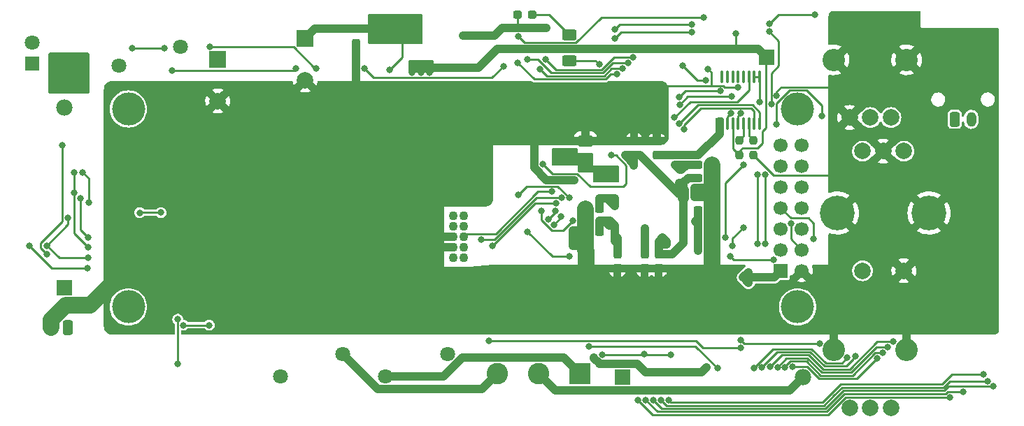
<source format=gbl>
%TF.GenerationSoftware,KiCad,Pcbnew,6.0.0-2.fc35*%
%TF.CreationDate,2022-01-11T17:09:12-08:00*%
%TF.ProjectId,Doorbell,446f6f72-6265-46c6-9c2e-6b696361645f,A*%
%TF.SameCoordinates,Original*%
%TF.FileFunction,Copper,L2,Bot*%
%TF.FilePolarity,Positive*%
%FSLAX46Y46*%
G04 Gerber Fmt 4.6, Leading zero omitted, Abs format (unit mm)*
G04 Created by KiCad (PCBNEW 6.0.0-2.fc35) date 2022-01-11 17:09:12*
%MOMM*%
%LPD*%
G01*
G04 APERTURE LIST*
G04 Aperture macros list*
%AMRoundRect*
0 Rectangle with rounded corners*
0 $1 Rounding radius*
0 $2 $3 $4 $5 $6 $7 $8 $9 X,Y pos of 4 corners*
0 Add a 4 corners polygon primitive as box body*
4,1,4,$2,$3,$4,$5,$6,$7,$8,$9,$2,$3,0*
0 Add four circle primitives for the rounded corners*
1,1,$1+$1,$2,$3*
1,1,$1+$1,$4,$5*
1,1,$1+$1,$6,$7*
1,1,$1+$1,$8,$9*
0 Add four rect primitives between the rounded corners*
20,1,$1+$1,$2,$3,$4,$5,0*
20,1,$1+$1,$4,$5,$6,$7,0*
20,1,$1+$1,$6,$7,$8,$9,0*
20,1,$1+$1,$8,$9,$2,$3,0*%
G04 Aperture macros list end*
%TA.AperFunction,ComponentPad*%
%ADD10R,1.800000X1.800000*%
%TD*%
%TA.AperFunction,ComponentPad*%
%ADD11C,1.800000*%
%TD*%
%TA.AperFunction,ComponentPad*%
%ADD12R,2.000000X2.000000*%
%TD*%
%TA.AperFunction,ComponentPad*%
%ADD13C,2.000000*%
%TD*%
%TA.AperFunction,SMDPad,CuDef*%
%ADD14RoundRect,0.237500X-0.237500X0.300000X-0.237500X-0.300000X0.237500X-0.300000X0.237500X0.300000X0*%
%TD*%
%TA.AperFunction,SMDPad,CuDef*%
%ADD15RoundRect,0.237500X-0.287500X-0.237500X0.287500X-0.237500X0.287500X0.237500X-0.287500X0.237500X0*%
%TD*%
%TA.AperFunction,ComponentPad*%
%ADD16R,2.600000X2.600000*%
%TD*%
%TA.AperFunction,ComponentPad*%
%ADD17C,2.600000*%
%TD*%
%TA.AperFunction,SMDPad,CuDef*%
%ADD18RoundRect,0.237500X0.237500X-0.250000X0.237500X0.250000X-0.237500X0.250000X-0.237500X-0.250000X0*%
%TD*%
%TA.AperFunction,ComponentPad*%
%ADD19C,2.006600*%
%TD*%
%TA.AperFunction,ComponentPad*%
%ADD20C,2.717800*%
%TD*%
%TA.AperFunction,SMDPad,CuDef*%
%ADD21RoundRect,0.100000X-0.100000X0.637500X-0.100000X-0.637500X0.100000X-0.637500X0.100000X0.637500X0*%
%TD*%
%TA.AperFunction,ComponentPad*%
%ADD22RoundRect,0.250000X0.350000X0.650000X-0.350000X0.650000X-0.350000X-0.650000X0.350000X-0.650000X0*%
%TD*%
%TA.AperFunction,ComponentPad*%
%ADD23O,1.200000X1.800000*%
%TD*%
%TA.AperFunction,ComponentPad*%
%ADD24R,1.980000X1.980000*%
%TD*%
%TA.AperFunction,ComponentPad*%
%ADD25C,1.980000*%
%TD*%
%TA.AperFunction,ComponentPad*%
%ADD26RoundRect,0.250000X-0.350000X-0.650000X0.350000X-0.650000X0.350000X0.650000X-0.350000X0.650000X0*%
%TD*%
%TA.AperFunction,ComponentPad*%
%ADD27C,4.000000*%
%TD*%
%TA.AperFunction,ComponentPad*%
%ADD28R,1.700000X1.700000*%
%TD*%
%TA.AperFunction,ComponentPad*%
%ADD29C,1.700000*%
%TD*%
%TA.AperFunction,ComponentPad*%
%ADD30C,4.200000*%
%TD*%
%TA.AperFunction,SMDPad,CuDef*%
%ADD31RoundRect,0.237500X0.300000X0.237500X-0.300000X0.237500X-0.300000X-0.237500X0.300000X-0.237500X0*%
%TD*%
%TA.AperFunction,SMDPad,CuDef*%
%ADD32RoundRect,0.237500X0.237500X-0.300000X0.237500X0.300000X-0.237500X0.300000X-0.237500X-0.300000X0*%
%TD*%
%TA.AperFunction,SMDPad,CuDef*%
%ADD33RoundRect,0.237500X-0.300000X-0.237500X0.300000X-0.237500X0.300000X0.237500X-0.300000X0.237500X0*%
%TD*%
%TA.AperFunction,SMDPad,CuDef*%
%ADD34RoundRect,0.250000X-0.412500X-0.650000X0.412500X-0.650000X0.412500X0.650000X-0.412500X0.650000X0*%
%TD*%
%TA.AperFunction,ComponentPad*%
%ADD35C,1.100000*%
%TD*%
%TA.AperFunction,SMDPad,CuDef*%
%ADD36RoundRect,0.250000X-0.650000X0.412500X-0.650000X-0.412500X0.650000X-0.412500X0.650000X0.412500X0*%
%TD*%
%TA.AperFunction,SMDPad,CuDef*%
%ADD37RoundRect,0.250000X0.625000X-0.400000X0.625000X0.400000X-0.625000X0.400000X-0.625000X-0.400000X0*%
%TD*%
%TA.AperFunction,ViaPad*%
%ADD38C,0.800000*%
%TD*%
%TA.AperFunction,Conductor*%
%ADD39C,0.250000*%
%TD*%
%TA.AperFunction,Conductor*%
%ADD40C,1.000000*%
%TD*%
%TA.AperFunction,Conductor*%
%ADD41C,2.000000*%
%TD*%
G04 APERTURE END LIST*
D10*
X92703623Y-82765000D03*
D11*
X92703623Y-80225000D03*
D12*
X125783623Y-79765000D03*
D13*
X125783623Y-84765000D03*
D12*
X115203623Y-82305000D03*
D13*
X115203623Y-87305000D03*
D14*
X168593623Y-105892500D03*
X168593623Y-107617500D03*
X131913623Y-78582500D03*
X131913623Y-80307500D03*
D15*
X151528623Y-76875000D03*
X153278623Y-76875000D03*
D16*
X159053623Y-120375000D03*
D17*
X154053623Y-120375000D03*
X149053623Y-120375000D03*
D18*
X178323623Y-93877500D03*
X178323623Y-92052500D03*
X180043623Y-93877500D03*
X180043623Y-92052500D03*
D11*
X103203623Y-83015000D03*
X110703623Y-80715000D03*
D19*
X196683623Y-124483000D03*
X194194423Y-124483000D03*
X191705223Y-124483000D03*
D20*
X198594623Y-117483000D03*
X189794223Y-117483000D03*
D21*
X176248623Y-84342500D03*
X176898623Y-84342500D03*
X177548623Y-84342500D03*
X178198623Y-84342500D03*
X178848623Y-84342500D03*
X179498623Y-84342500D03*
X180148623Y-84342500D03*
X180798623Y-84342500D03*
X180798623Y-90067500D03*
X180148623Y-90067500D03*
X179498623Y-90067500D03*
X178848623Y-90067500D03*
X178198623Y-90067500D03*
X177548623Y-90067500D03*
X176898623Y-90067500D03*
X176248623Y-90067500D03*
D22*
X97043623Y-114795000D03*
D23*
X95043623Y-114795000D03*
D24*
X96643623Y-109965000D03*
D25*
X96643623Y-88125000D03*
D24*
X164233623Y-120795000D03*
D25*
X186073623Y-120795000D03*
D26*
X204413623Y-89535000D03*
D23*
X206413623Y-89535000D03*
D27*
X185393623Y-88280000D03*
X104393623Y-112280000D03*
X185393623Y-112280000D03*
X104393623Y-88280000D03*
D28*
X183353623Y-107900000D03*
D29*
X185893623Y-107900000D03*
X183353623Y-105360000D03*
X185893623Y-105360000D03*
X183353623Y-102820000D03*
X185893623Y-102820000D03*
X183353623Y-100280000D03*
X185893623Y-100280000D03*
X183353623Y-97740000D03*
X185893623Y-97740000D03*
X183353623Y-95200000D03*
X185893623Y-95200000D03*
X183353623Y-92660000D03*
X185893623Y-92660000D03*
D19*
X196693623Y-89315000D03*
X194204423Y-89315000D03*
X191715223Y-89315000D03*
D20*
X198604623Y-82315000D03*
X189804223Y-82315000D03*
D11*
X135543623Y-120695000D03*
X143043623Y-117995000D03*
D13*
X193253623Y-107895000D03*
X198253623Y-107895000D03*
X193253623Y-93395000D03*
X198253623Y-93395000D03*
X195753623Y-93395000D03*
D30*
X190203623Y-100895000D03*
X201303623Y-100895000D03*
D11*
X122843623Y-120695000D03*
X130343623Y-117995000D03*
D31*
X175066123Y-95015000D03*
X173341123Y-95015000D03*
D32*
X165593623Y-93897500D03*
X165593623Y-92172500D03*
D33*
X159723623Y-100405000D03*
X161448623Y-100405000D03*
D31*
X175066123Y-100595000D03*
X173341123Y-100595000D03*
D32*
X163588623Y-107617500D03*
X163588623Y-105892500D03*
D34*
X171611123Y-98625000D03*
X174736123Y-98625000D03*
D32*
X166873623Y-107617500D03*
X166873623Y-105892500D03*
D33*
X173341123Y-96655000D03*
X175066123Y-96655000D03*
D35*
X143733623Y-106305000D03*
X145003623Y-106305000D03*
X143733623Y-105035000D03*
X145003623Y-105035000D03*
X143733623Y-103765000D03*
X145003623Y-103765000D03*
X143733623Y-102495000D03*
X145003623Y-102495000D03*
X143733623Y-101225000D03*
X145003623Y-101225000D03*
D14*
X168343624Y-92172500D03*
X168343624Y-93897500D03*
D31*
X175066123Y-104395001D03*
X173341123Y-104395001D03*
D33*
X159723623Y-103145000D03*
X161448623Y-103145000D03*
D36*
X159713623Y-92172500D03*
X159713623Y-95297500D03*
D37*
X157733623Y-82435000D03*
X157733623Y-79335000D03*
D38*
X112908623Y-104975000D03*
X115018623Y-103920000D03*
X108018623Y-105500000D03*
X111853623Y-103920000D03*
X111853623Y-104975000D03*
X109073623Y-104445000D03*
X116073623Y-104975000D03*
X111853623Y-106030000D03*
X112908623Y-103920000D03*
X109073623Y-105500000D03*
X110128623Y-105500000D03*
X106963623Y-105500000D03*
X115018623Y-106030000D03*
X106963623Y-104445000D03*
X112908623Y-106030000D03*
X108018623Y-104445000D03*
X113963623Y-104975000D03*
X113963623Y-103920000D03*
X115018623Y-104975000D03*
X116073623Y-106030000D03*
X110128623Y-104445000D03*
X113963623Y-106030000D03*
X116073623Y-103920000D03*
X124653623Y-96000000D03*
X124653623Y-97055000D03*
X124653623Y-98110000D03*
X124653623Y-99165000D03*
X124653623Y-100220000D03*
X124653623Y-101275000D03*
X124653623Y-102330000D03*
X124653623Y-103385000D03*
X124653623Y-104440000D03*
X124653623Y-105495000D03*
X124653623Y-106550000D03*
X119343623Y-89830000D03*
X119343623Y-90885000D03*
X119343623Y-91940000D03*
X167888623Y-85435000D03*
X205413623Y-95095000D03*
X206468623Y-95095000D03*
X204358623Y-96150000D03*
X205413623Y-96150000D03*
X206468623Y-96150000D03*
X118298623Y-91940000D03*
X118298623Y-89830000D03*
X118298623Y-88775000D03*
X118298623Y-90885000D03*
X162523623Y-90505000D03*
X109273623Y-91815000D03*
X103123623Y-102875000D03*
X107003623Y-98165000D03*
X105063623Y-101805000D03*
X119343623Y-88775000D03*
X169853623Y-110495000D03*
X108773623Y-85875000D03*
X103803623Y-92015000D03*
X177573623Y-112205000D03*
X179544063Y-114675000D03*
X189733623Y-78605000D03*
X104133623Y-101795000D03*
X174573623Y-83415000D03*
X197853623Y-102175000D03*
X111713623Y-99115000D03*
X163053623Y-86395000D03*
X147773623Y-86855000D03*
X172953623Y-97805000D03*
X104603623Y-92485000D03*
X190143623Y-90985000D03*
X159183623Y-85755000D03*
X103193623Y-101795000D03*
X178203623Y-85625000D03*
X158233623Y-103965000D03*
X161193623Y-114855000D03*
X109753623Y-85765000D03*
X172663623Y-114835000D03*
X106203623Y-98635000D03*
X167353623Y-86225000D03*
X173383623Y-109325000D03*
X172663623Y-113905000D03*
X98623623Y-99155000D03*
X190003623Y-85435000D03*
X147663623Y-99155000D03*
X177303623Y-88819990D03*
X109743623Y-92615000D03*
X171768623Y-114580000D03*
X172453623Y-109325000D03*
X124653623Y-94945000D03*
X158403623Y-96885000D03*
X151653623Y-90245000D03*
X113403623Y-96045000D03*
X163713623Y-87075000D03*
X144863623Y-79415000D03*
X156413623Y-96885000D03*
X106213623Y-97685000D03*
X110693623Y-90175000D03*
X102463623Y-91725000D03*
X112513623Y-99585000D03*
X147773623Y-85925000D03*
X157353623Y-96885000D03*
X178855193Y-110846570D03*
X148703623Y-86845000D03*
X159873623Y-113535000D03*
X111703623Y-100045000D03*
X168503623Y-109215000D03*
X148703623Y-79425000D03*
X190013623Y-86365000D03*
X103123623Y-104745000D03*
X111623623Y-85765000D03*
X108803623Y-92615000D03*
X113403623Y-97905000D03*
X113403623Y-96975000D03*
X190663623Y-78625000D03*
X193193623Y-113435000D03*
X182867623Y-86679999D03*
X179544063Y-112785000D03*
X147663623Y-95435000D03*
X149633623Y-86855000D03*
X158233623Y-103035000D03*
X178195193Y-111506570D03*
X166833623Y-85435000D03*
X190813623Y-85885000D03*
X154953623Y-78465000D03*
X162373623Y-85745000D03*
X110693623Y-85765000D03*
X171523623Y-109325000D03*
X158233623Y-104895000D03*
X160538623Y-114200000D03*
X103803623Y-92965000D03*
X173663623Y-98395000D03*
X157353623Y-90385000D03*
X180763623Y-87445000D03*
X161483623Y-90515000D03*
X118023623Y-97295000D03*
X148703623Y-85915000D03*
X204358623Y-95095000D03*
X149633623Y-85925000D03*
X172913623Y-98945000D03*
X99533623Y-103815000D03*
X103123623Y-103805000D03*
X163553623Y-90505000D03*
X191603623Y-78635000D03*
X179544063Y-113735000D03*
X169223623Y-109805000D03*
X147723623Y-97075000D03*
X171053623Y-97255000D03*
X169053623Y-103865000D03*
X168593623Y-104675000D03*
X164523623Y-93905000D03*
X172123623Y-96655000D03*
X166738623Y-94330000D03*
X165593623Y-95115000D03*
X169523623Y-104675000D03*
X135203623Y-78585000D03*
X135203623Y-79640000D03*
X156143623Y-93560000D03*
X157198623Y-94615000D03*
X157198623Y-93560000D03*
X158253623Y-94615000D03*
X158253623Y-93560000D03*
X163233623Y-95620000D03*
X161123623Y-96675000D03*
X161123623Y-95620000D03*
X162178623Y-96675000D03*
X162178623Y-95620000D03*
X163233623Y-96675000D03*
X134148623Y-79640000D03*
X134148623Y-77530000D03*
X134148623Y-78585000D03*
X156143623Y-94615000D03*
X169633623Y-93895000D03*
X135203623Y-77530000D03*
X178517563Y-116288878D03*
X170703623Y-93895000D03*
X163233623Y-102415000D03*
X188064164Y-116733575D03*
X161453623Y-101845000D03*
X162353623Y-99125000D03*
X161403623Y-119125000D03*
X173343623Y-103095000D03*
X172665143Y-120195000D03*
X166873623Y-104675000D03*
X170543623Y-95015000D03*
X163593623Y-104675000D03*
X162353623Y-101845000D03*
X163233623Y-103545000D03*
X162343623Y-119165000D03*
X171983623Y-95015000D03*
X166873623Y-103695000D03*
X173333623Y-105435000D03*
X171338623Y-95660000D03*
X166873623Y-102775000D03*
X163233623Y-100015000D03*
X174381465Y-119572843D03*
X173003623Y-101885000D03*
X160763623Y-118445000D03*
X136043623Y-83515000D03*
X171743623Y-93895000D03*
X161453623Y-99125000D03*
X173613623Y-120171520D03*
X98883623Y-95965000D03*
X94533623Y-104845000D03*
X97103623Y-101485000D03*
X99603623Y-99625000D03*
X99543623Y-106335000D03*
X139808623Y-82785000D03*
X140863623Y-82785000D03*
X138753623Y-83840000D03*
X139808623Y-83840000D03*
X140863623Y-83840000D03*
X182158623Y-81475000D03*
X181103623Y-82530000D03*
X182158623Y-82530000D03*
X110363623Y-119185000D03*
X138753623Y-82785000D03*
X111033623Y-114485000D03*
X110363623Y-113775000D03*
X181103623Y-81475000D03*
X177903623Y-79145000D03*
X114173623Y-114485000D03*
X177523623Y-104885000D03*
X178830169Y-102665000D03*
X182865326Y-90155999D03*
X188297624Y-89090325D03*
X203853623Y-123215000D03*
X166087565Y-123611212D03*
X182467399Y-106524746D03*
X177259657Y-106131034D03*
X108773623Y-80915000D03*
X104883623Y-80915000D03*
X97823623Y-98455000D03*
X108343572Y-100844949D03*
X99553623Y-105055000D03*
X105761469Y-100852840D03*
X97843623Y-95945000D03*
X124690623Y-83332000D03*
X109676623Y-83625000D03*
X184813623Y-119525000D03*
X187303623Y-104055000D03*
X195029683Y-118521145D03*
X181479575Y-104584008D03*
X181483623Y-96255000D03*
X196323890Y-117175197D03*
X182962328Y-119585896D03*
X179463623Y-108075000D03*
X178788671Y-108710048D03*
X179463623Y-109355000D03*
X192413962Y-118229167D03*
X181070851Y-119602227D03*
X180557946Y-96215887D03*
X180536562Y-104605659D03*
X191407646Y-118458500D03*
X180103376Y-119648341D03*
X196963612Y-116505000D03*
X182036240Y-119558200D03*
X195673623Y-117855000D03*
X183888818Y-119581049D03*
X184570118Y-102175877D03*
X95593623Y-84450000D03*
X96648623Y-85505000D03*
X96648623Y-84450000D03*
X98758623Y-84450000D03*
X95593623Y-85505000D03*
X97703623Y-85505000D03*
X95593623Y-83395000D03*
X98758623Y-85505000D03*
X97703623Y-84450000D03*
X148433623Y-104905000D03*
X156127223Y-99678520D03*
X156815143Y-99026520D03*
X147113623Y-104085000D03*
X155665623Y-98289010D03*
X154564822Y-94983801D03*
X162863623Y-93875000D03*
X164209623Y-83389236D03*
X154199735Y-83458142D03*
X154853623Y-82225000D03*
X165513623Y-82016020D03*
X152663623Y-82305000D03*
X164861623Y-82720822D03*
X151543623Y-82695000D03*
X163557623Y-84054937D03*
X173993623Y-77175000D03*
X132940623Y-83332000D03*
X127133623Y-83332000D03*
X151597878Y-79492000D03*
X149773623Y-83105000D03*
X114283623Y-80777998D03*
X176633623Y-103885000D03*
X178830669Y-95085000D03*
X161369941Y-82877155D03*
X152723623Y-103145000D03*
X157783623Y-106185000D03*
X99463623Y-107595000D03*
X92383623Y-104845000D03*
X96393623Y-92705000D03*
X94523623Y-105925000D03*
X176055623Y-86109970D03*
X171103191Y-86818004D03*
X148033623Y-116375000D03*
X155269730Y-101653176D03*
X156089951Y-100604773D03*
X178517563Y-117215381D03*
X175686222Y-119717230D03*
X160103623Y-117041980D03*
X155912612Y-102321034D03*
X156791142Y-101330451D03*
X161777078Y-118046764D03*
X170045247Y-118042624D03*
X166851949Y-117996674D03*
X167014398Y-123593554D03*
X205419304Y-122570681D03*
X177433623Y-86761970D03*
X171106614Y-87745000D03*
X178543669Y-88823348D03*
X181943623Y-78855000D03*
X182215623Y-87697001D03*
X171691623Y-90757669D03*
X171040816Y-90097531D03*
X170460446Y-89328278D03*
X187526243Y-76823980D03*
X167941395Y-123596677D03*
X209083623Y-121915000D03*
X181972577Y-77928450D03*
X208394260Y-121267670D03*
X168877096Y-123601535D03*
X207918603Y-120461712D03*
X169803623Y-123571875D03*
X154361622Y-100625000D03*
X158172176Y-101793553D03*
X157746177Y-99047000D03*
X151613623Y-98665000D03*
X163253623Y-79768000D03*
X172562864Y-78960210D03*
X172592219Y-78033673D03*
X163243623Y-78635000D03*
X174265005Y-84805000D03*
X171483624Y-83055000D03*
D39*
X176898623Y-89224990D02*
X177303623Y-88819990D01*
D40*
X158233623Y-103035000D02*
X158233623Y-103965000D01*
X158233623Y-104895000D02*
X158233623Y-103965000D01*
X173463623Y-98395000D02*
X172913623Y-98945000D01*
X131913623Y-80307500D02*
X131913623Y-85515000D01*
X172953623Y-97805000D02*
X173916123Y-97805000D01*
X174506123Y-98395000D02*
X174736123Y-98625000D01*
D41*
X175066123Y-100595000D02*
X175066123Y-98755000D01*
D39*
X182867623Y-86679999D02*
X182867623Y-86161000D01*
D41*
X96810419Y-112081511D02*
X99797112Y-112081511D01*
D40*
X144873623Y-79425000D02*
X144863623Y-79415000D01*
D39*
X174973622Y-85385001D02*
X174900654Y-85457969D01*
X180043623Y-93877500D02*
X182468124Y-96302001D01*
X183403623Y-85625000D02*
X190043623Y-85625000D01*
X180763623Y-87445000D02*
X180763623Y-84377500D01*
D41*
X95043623Y-113848307D02*
X96810419Y-112081511D01*
D40*
X149663623Y-78465000D02*
X148703623Y-79425000D01*
X148703623Y-79425000D02*
X144873623Y-79425000D01*
D39*
X174900654Y-85457969D02*
X169340654Y-85457969D01*
X178203623Y-85625000D02*
X176535615Y-85625000D01*
D40*
X153513623Y-95385000D02*
X153513623Y-91995000D01*
X158403623Y-96885000D02*
X157353623Y-96885000D01*
X173663623Y-98395000D02*
X173543623Y-98395000D01*
D41*
X95043623Y-114795000D02*
X95043623Y-113848307D01*
D39*
X176535615Y-85625000D02*
X176368584Y-85457969D01*
D40*
X158233623Y-103035000D02*
X159613623Y-103035000D01*
D41*
X175066123Y-100595000D02*
X175066123Y-104395001D01*
X159760624Y-105442039D02*
X159760624Y-108067999D01*
X159723623Y-105405038D02*
X159760624Y-105442039D01*
D39*
X180763623Y-84377500D02*
X180798623Y-84342500D01*
D40*
X173663623Y-98395000D02*
X173463623Y-98395000D01*
D41*
X159723623Y-103145000D02*
X159723623Y-105405038D01*
D40*
X159213585Y-104895000D02*
X159723623Y-105405038D01*
X157353623Y-96885000D02*
X156413623Y-96885000D01*
D41*
X175066123Y-95015000D02*
X175066123Y-96655000D01*
D40*
X151323623Y-78465000D02*
X149663623Y-78465000D01*
X156413623Y-96885000D02*
X155013623Y-96885000D01*
D39*
X174973622Y-83814999D02*
X174973622Y-85385001D01*
D40*
X198594623Y-117483000D02*
X198594623Y-114486000D01*
D39*
X176368584Y-85457969D02*
X174900654Y-85457969D01*
X180148623Y-84342500D02*
X180798623Y-84342500D01*
D40*
X172953623Y-97805000D02*
X172953623Y-98905000D01*
D39*
X98623623Y-102905000D02*
X99533623Y-103815000D01*
X98623623Y-99155000D02*
X98623623Y-102905000D01*
X182468124Y-96302001D02*
X189930622Y-96302001D01*
D40*
X158903623Y-103965000D02*
X159723623Y-103145000D01*
X143733623Y-105035000D02*
X141783623Y-105035000D01*
X175066123Y-99817500D02*
X175066123Y-100595000D01*
D41*
X175066123Y-96742500D02*
X175066123Y-98495000D01*
X159723623Y-100405000D02*
X159723623Y-103145000D01*
D40*
X173663623Y-98395000D02*
X174506123Y-98395000D01*
D39*
X151528623Y-76875000D02*
X151528623Y-78260000D01*
D40*
X155013623Y-96885000D02*
X153513623Y-95385000D01*
D39*
X169340654Y-85457969D02*
X169133623Y-85665000D01*
D40*
X174416123Y-98945000D02*
X174736123Y-98625000D01*
X174706123Y-98395000D02*
X174936123Y-98625000D01*
D41*
X175066123Y-104395001D02*
X175066123Y-107952500D01*
X99797112Y-112081511D02*
X103183623Y-108695000D01*
D40*
X173916123Y-97805000D02*
X174736123Y-98625000D01*
D39*
X174573623Y-83415000D02*
X174973622Y-83814999D01*
D40*
X172953623Y-98905000D02*
X172913623Y-98945000D01*
X173543623Y-98395000D02*
X172953623Y-97805000D01*
X158233623Y-104895000D02*
X159213585Y-104895000D01*
D41*
X175066123Y-96655000D02*
X175066123Y-96742500D01*
D40*
X172913623Y-98945000D02*
X174416123Y-98945000D01*
X143733623Y-103765000D02*
X141783623Y-103765000D01*
X158233623Y-103965000D02*
X158903623Y-103965000D01*
X159613623Y-103035000D02*
X159723623Y-103145000D01*
D39*
X151528623Y-78260000D02*
X151323623Y-78465000D01*
D40*
X189794223Y-117483000D02*
X189794223Y-114725600D01*
D39*
X182867623Y-86161000D02*
X183403623Y-85625000D01*
D40*
X154953623Y-78465000D02*
X151323623Y-78465000D01*
D39*
X176898623Y-90067500D02*
X176898623Y-89224990D01*
D40*
X169523623Y-104675000D02*
X169523623Y-104335000D01*
X168593623Y-104675000D02*
X169523623Y-104675000D01*
X165593623Y-93897500D02*
X165593623Y-95115000D01*
X168593623Y-105892500D02*
X168593623Y-104675000D01*
X165641123Y-93945000D02*
X165593623Y-93897500D01*
X172123623Y-96655000D02*
X171523623Y-97255000D01*
X168593623Y-104325000D02*
X169053623Y-103865000D01*
X171611123Y-98625000D02*
X171611123Y-97167500D01*
X171053623Y-97255000D02*
X171053623Y-97702000D01*
X171611123Y-98625000D02*
X171611123Y-104507500D01*
X171611123Y-104507500D02*
X170226123Y-105892500D01*
X165593623Y-94960000D02*
X164531123Y-93897500D01*
X170226123Y-105892500D02*
X168593623Y-105892500D01*
X165593623Y-93897500D02*
X164531123Y-93897500D01*
X171523623Y-97255000D02*
X171053623Y-97255000D01*
X165593623Y-93897500D02*
X166306123Y-93897500D01*
X173341123Y-96655000D02*
X172123623Y-96655000D01*
X164531123Y-93897500D02*
X164523623Y-93905000D01*
X171611123Y-97167500D02*
X172123623Y-96655000D01*
X165593623Y-95115000D02*
X165593623Y-94960000D01*
X171033623Y-98625000D02*
X171611123Y-98625000D01*
X166306123Y-93897500D02*
X166738623Y-94330000D01*
X165596123Y-93895000D02*
X165593623Y-93897500D01*
X171053623Y-97702000D02*
X170660623Y-98095000D01*
X166738623Y-94330000D02*
X171033623Y-98625000D01*
X169523623Y-104335000D02*
X169053623Y-103865000D01*
X168593623Y-104675000D02*
X168593623Y-104325000D01*
X171053623Y-98605000D02*
X171033623Y-98625000D01*
X173343623Y-102225000D02*
X173003623Y-101885000D01*
X163233623Y-103545000D02*
X163233623Y-104315000D01*
X161448623Y-99130000D02*
X161453623Y-99125000D01*
X161448623Y-103145000D02*
X161448623Y-101850000D01*
X161448623Y-101850000D02*
X161453623Y-101845000D01*
X173341123Y-105427500D02*
X173333623Y-105435000D01*
X162343623Y-119165000D02*
X161443623Y-119165000D01*
X160763623Y-118485000D02*
X160763623Y-118445000D01*
X173341123Y-103092500D02*
X173343623Y-103095000D01*
D39*
X137533623Y-82025000D02*
X137533623Y-79815000D01*
D40*
X171983623Y-95015000D02*
X171338623Y-95660000D01*
X173341123Y-104395001D02*
X173341123Y-103097500D01*
X166983623Y-120195000D02*
X172665143Y-120195000D01*
X168343624Y-93897500D02*
X169631123Y-93897500D01*
X171743623Y-93895000D02*
X173353623Y-93895000D01*
X162353623Y-99125000D02*
X162353623Y-99135000D01*
X162353623Y-102135000D02*
X162353623Y-101845000D01*
X173341123Y-104395001D02*
X173341123Y-105427500D01*
X171983623Y-95015000D02*
X170543623Y-95015000D01*
X173353623Y-93895000D02*
X175943623Y-91305000D01*
X162353623Y-99135000D02*
X163233623Y-100015000D01*
X163203623Y-99125000D02*
X163233623Y-99155000D01*
X162663623Y-101845000D02*
X163233623Y-102415000D01*
D39*
X188025589Y-116695000D02*
X188064164Y-116733575D01*
D40*
X171188623Y-95660000D02*
X170543623Y-95015000D01*
D39*
X181113623Y-116695000D02*
X178923685Y-116695000D01*
D40*
X162353623Y-99125000D02*
X163203623Y-99125000D01*
X131913623Y-78582500D02*
X134146123Y-78582500D01*
X165953623Y-119165000D02*
X166983623Y-120195000D01*
X173343623Y-103095000D02*
X173343623Y-102225000D01*
X173613623Y-120171520D02*
X173782788Y-120171520D01*
X163233623Y-103545000D02*
X163233623Y-102415000D01*
X126966123Y-78582500D02*
X125783623Y-79765000D01*
X166873623Y-104675000D02*
X166873623Y-103695000D01*
X173341123Y-100595000D02*
X173341123Y-103092500D01*
X162633623Y-102415000D02*
X162353623Y-102135000D01*
X173341123Y-95015000D02*
X171983623Y-95015000D01*
D39*
X181113623Y-116695000D02*
X188025589Y-116695000D01*
D40*
X172665143Y-120195000D02*
X173590143Y-120195000D01*
X171338623Y-95660000D02*
X171188623Y-95660000D01*
X166873623Y-105892500D02*
X166873623Y-104675000D01*
X169631123Y-93897500D02*
X169633623Y-93895000D01*
X163588623Y-104680000D02*
X163593623Y-104675000D01*
X173590143Y-120195000D02*
X173613623Y-120171520D01*
X161453623Y-99125000D02*
X162353623Y-99125000D01*
D39*
X136043623Y-83515000D02*
X137533623Y-82025000D01*
D40*
X166873623Y-103695000D02*
X166873623Y-102775000D01*
X173341123Y-100595000D02*
X173341123Y-101547500D01*
D39*
X178923685Y-116695000D02*
X178517563Y-116288878D01*
D40*
X173341123Y-101547500D02*
X173003623Y-101885000D01*
X161403623Y-119125000D02*
X160763623Y-118485000D01*
X175943623Y-91305000D02*
X175943623Y-90725000D01*
X163593623Y-104675000D02*
X163593623Y-103905000D01*
X171743623Y-93895000D02*
X170703623Y-93895000D01*
X162343623Y-119165000D02*
X165953623Y-119165000D01*
X169633623Y-93895000D02*
X170703623Y-93895000D01*
X134146123Y-78582500D02*
X134148623Y-78585000D01*
X173341123Y-103097500D02*
X173343623Y-103095000D01*
X163233623Y-99155000D02*
X163233623Y-100015000D01*
X173782788Y-120171520D02*
X174381465Y-119572843D01*
X161443623Y-119165000D02*
X161403623Y-119125000D01*
X163588623Y-105892500D02*
X163588623Y-104680000D01*
X131913623Y-78582500D02*
X126966123Y-78582500D01*
X163233623Y-102415000D02*
X162633623Y-102415000D01*
X161453623Y-101845000D02*
X162353623Y-101845000D01*
X161448623Y-100405000D02*
X161448623Y-99130000D01*
X163593623Y-103905000D02*
X163233623Y-103545000D01*
X162353623Y-101845000D02*
X162663623Y-101845000D01*
X163233623Y-104315000D02*
X163593623Y-104675000D01*
D39*
X96023623Y-106335000D02*
X94533623Y-104845000D01*
X99603623Y-96685000D02*
X98883623Y-95965000D01*
X97103623Y-101485000D02*
X97103623Y-102275000D01*
X99603623Y-99625000D02*
X99603623Y-96685000D01*
X99543623Y-106335000D02*
X96023623Y-106335000D01*
X97103623Y-102275000D02*
X94533623Y-104845000D01*
D40*
X140863623Y-83315000D02*
X146733623Y-83315000D01*
D39*
X178323623Y-93877500D02*
X178323623Y-93390000D01*
D40*
X146733623Y-83315000D02*
X149059603Y-80989020D01*
D39*
X178728623Y-92985000D02*
X180547623Y-92985000D01*
X140863623Y-82785000D02*
X140863623Y-83315000D01*
X140863623Y-83315000D02*
X140863623Y-83840000D01*
X111033623Y-114485000D02*
X114173623Y-114485000D01*
X177548623Y-90067500D02*
X177548623Y-93102500D01*
D40*
X180617643Y-80989020D02*
X181103623Y-81475000D01*
X149059603Y-80989020D02*
X180617643Y-80989020D01*
D39*
X177903623Y-79145000D02*
X177903623Y-80605000D01*
X177548623Y-93102500D02*
X178323623Y-93877500D01*
X178323623Y-93390000D02*
X178728623Y-92985000D01*
X181124612Y-90976831D02*
X181563623Y-90537820D01*
X180547623Y-92985000D02*
X181124612Y-92408011D01*
X181563623Y-90537820D02*
X181563623Y-82571000D01*
X110363623Y-113775000D02*
X110363623Y-119185000D01*
X177903623Y-80605000D02*
X178093623Y-80795000D01*
X181124612Y-92408011D02*
X181124612Y-90976831D01*
X182867624Y-87610999D02*
X182867624Y-90153701D01*
X186474584Y-86027999D02*
X184450624Y-86027999D01*
X184450624Y-86027999D02*
X182867624Y-87610999D01*
X188297624Y-87851039D02*
X186474584Y-86027999D01*
X188297624Y-89090325D02*
X188297624Y-87851039D01*
X177523623Y-104885000D02*
X177523623Y-103971546D01*
X177523623Y-103971546D02*
X178830169Y-102665000D01*
X182867624Y-90153701D02*
X182865326Y-90155999D01*
X166087565Y-123611212D02*
X167831259Y-125354906D01*
X167831259Y-125354906D02*
X189058745Y-125354906D01*
X189058745Y-125354906D02*
X191208651Y-123205000D01*
X191208651Y-123205000D02*
X203843623Y-123205000D01*
X203843623Y-123205000D02*
X203853623Y-123215000D01*
X177653369Y-106524746D02*
X182467399Y-106524746D01*
X177259657Y-106131034D02*
X177653369Y-106524746D01*
X104883623Y-80915000D02*
X108773623Y-80915000D01*
X153278623Y-76875000D02*
X155273623Y-76875000D01*
X155273623Y-76875000D02*
X157733623Y-79335000D01*
X97823623Y-98455000D02*
X97823623Y-103325000D01*
X97843623Y-98435000D02*
X97823623Y-98455000D01*
X97823623Y-103325000D02*
X99553623Y-105055000D01*
X97843623Y-95945000D02*
X97843623Y-98435000D01*
X105769360Y-100844949D02*
X105761469Y-100852840D01*
X108343572Y-100844949D02*
X105769360Y-100844949D01*
X124397623Y-83625000D02*
X124690623Y-83332000D01*
X109676623Y-83625000D02*
X124397623Y-83625000D01*
X184813623Y-119525000D02*
X186559386Y-119525000D01*
X186559386Y-119525000D02*
X188010399Y-120976011D01*
X186683623Y-101525000D02*
X184598623Y-101525000D01*
X184598623Y-101525000D02*
X183353623Y-100280000D01*
X192574817Y-120976011D02*
X195029683Y-118521145D01*
X188010399Y-120976011D02*
X192574817Y-120976011D01*
X187303623Y-102145000D02*
X186683623Y-101525000D01*
X187303623Y-104055000D02*
X187303623Y-102145000D01*
X181479575Y-96259048D02*
X181483623Y-96255000D01*
X181479575Y-104584008D02*
X181479575Y-96259048D01*
X188322317Y-120222971D02*
X186596315Y-118496969D01*
X186596315Y-118496969D02*
X184051255Y-118496969D01*
X196323890Y-117175197D02*
X194921774Y-117175197D01*
X191874000Y-120222971D02*
X188322317Y-120222971D01*
X184051255Y-118496969D02*
X182962328Y-119585896D01*
X194921774Y-117175197D02*
X191874000Y-120222971D01*
D40*
X178818671Y-108710048D02*
X179463623Y-109355000D01*
X179463623Y-109355000D02*
X179463623Y-108075000D01*
X182543575Y-108710048D02*
X183353623Y-107900000D01*
X179463623Y-108075000D02*
X179423719Y-108075000D01*
X178788671Y-108710048D02*
X182543575Y-108710048D01*
X178788671Y-108710048D02*
X178818671Y-108710048D01*
X179423719Y-108075000D02*
X178788671Y-108710048D01*
D39*
X181070851Y-119602227D02*
X182929149Y-117743929D01*
X191338692Y-119469931D02*
X192183623Y-118625000D01*
X186915032Y-117743929D02*
X188641034Y-119469931D01*
X182929149Y-117743929D02*
X186915032Y-117743929D01*
X188641034Y-119469931D02*
X191338692Y-119469931D01*
X180536562Y-96237271D02*
X180557946Y-96215887D01*
X180536562Y-104605659D02*
X180536562Y-96237271D01*
X188802034Y-119093411D02*
X190772735Y-119093411D01*
X182384308Y-117367409D02*
X187076032Y-117367409D01*
X187076032Y-117367409D02*
X188802034Y-119093411D01*
X180103376Y-119648341D02*
X182384308Y-117367409D01*
X190772735Y-119093411D02*
X191407646Y-118458500D01*
X191718040Y-119846451D02*
X188485075Y-119846451D01*
X183473991Y-118120449D02*
X182036240Y-119558200D01*
X195059491Y-116505000D02*
X191718040Y-119846451D01*
X196963612Y-116505000D02*
X195059491Y-116505000D01*
X186759072Y-118120449D02*
X183473991Y-118120449D01*
X188485075Y-119846451D02*
X186759072Y-118120449D01*
X183888818Y-119528428D02*
X183888818Y-119581049D01*
X194774451Y-117855000D02*
X192029960Y-120599491D01*
X195673623Y-117855000D02*
X194774451Y-117855000D01*
X188166358Y-120599491D02*
X186440355Y-118873489D01*
X184543757Y-118873489D02*
X183888818Y-119528428D01*
X192029960Y-120599491D02*
X188166358Y-120599491D01*
X186440355Y-118873489D02*
X184543757Y-118873489D01*
X184570118Y-102175877D02*
X184570118Y-104036495D01*
X184570118Y-104036495D02*
X185893623Y-105360000D01*
D40*
X186073623Y-120795000D02*
X184457112Y-122411511D01*
X156090134Y-122411511D02*
X154053623Y-120375000D01*
X184457112Y-122411511D02*
X156090134Y-122411511D01*
D39*
X153660103Y-99678520D02*
X156127223Y-99678520D01*
X148433623Y-104905000D02*
X153660103Y-99678520D01*
X148720451Y-104085000D02*
X147113623Y-104085000D01*
X153778931Y-99026520D02*
X148720451Y-104085000D01*
X156815143Y-99026520D02*
X153778931Y-99026520D01*
X148839280Y-103432999D02*
X145335624Y-103432999D01*
X153983269Y-98289010D02*
X148839280Y-103432999D01*
X145335624Y-103432999D02*
X145003623Y-103765000D01*
X155665623Y-98289010D02*
X153983269Y-98289010D01*
X164283623Y-97695000D02*
X164633623Y-97345000D01*
X164633623Y-97345000D02*
X164633623Y-95105000D01*
X164633623Y-95105000D02*
X163403623Y-93875000D01*
X163403623Y-93875000D02*
X162863623Y-93875000D01*
X154564822Y-94983801D02*
X155714011Y-96132990D01*
X155714011Y-96132990D02*
X158715115Y-96132990D01*
X158715115Y-96132990D02*
X160277125Y-97695000D01*
X160277125Y-97695000D02*
X164283623Y-97695000D01*
X164209623Y-83389236D02*
X162889166Y-83389236D01*
X162889166Y-83389236D02*
X161995226Y-84283176D01*
X155024769Y-84283176D02*
X154199735Y-83458142D01*
X161995226Y-84283176D02*
X155024769Y-84283176D01*
X163196038Y-82016020D02*
X161682902Y-83529156D01*
X161682902Y-83529156D02*
X156157779Y-83529156D01*
X165513623Y-82016020D02*
X163196038Y-82016020D01*
X156157779Y-83529156D02*
X154853623Y-82225000D01*
X164861623Y-82720822D02*
X163024408Y-82720822D01*
X163024408Y-82720822D02*
X161839064Y-83906166D01*
X153968661Y-82305000D02*
X152663623Y-82305000D01*
X156963623Y-83906166D02*
X155569827Y-83906166D01*
X155569827Y-83906166D02*
X153968661Y-82305000D01*
X161839064Y-83906166D02*
X156963623Y-83906166D01*
X162756637Y-84054937D02*
X162151388Y-84660186D01*
X153508809Y-84660186D02*
X151543623Y-82695000D01*
X157243623Y-84660186D02*
X153508809Y-84660186D01*
X163557623Y-84054937D02*
X162756637Y-84054937D01*
X162151388Y-84660186D02*
X157243623Y-84660186D01*
D40*
X149053623Y-120375000D02*
X147207112Y-122221511D01*
X134570134Y-122221511D02*
X130343623Y-117995000D01*
X147207112Y-122221511D02*
X134570134Y-122221511D01*
X159053623Y-120375000D02*
X157127112Y-118448489D01*
X144790134Y-118448489D02*
X142543623Y-120695000D01*
X142543623Y-120695000D02*
X135543623Y-120695000D01*
X157127112Y-118448489D02*
X144790134Y-118448489D01*
D39*
X152342888Y-80237010D02*
X151597878Y-79492000D01*
X126883623Y-83265000D02*
X124396621Y-80777998D01*
X124396621Y-80777998D02*
X114283623Y-80777998D01*
X148386622Y-84492001D02*
X134100624Y-84492001D01*
X158566565Y-80237010D02*
X152342888Y-80237010D01*
X134100624Y-84492001D02*
X132940623Y-83332000D01*
X149773623Y-83105000D02*
X148386622Y-84492001D01*
X161628575Y-77175000D02*
X158566565Y-80237010D01*
X173993623Y-77175000D02*
X161628575Y-77175000D01*
X178848623Y-91527500D02*
X178323623Y-92052500D01*
X178848623Y-90067500D02*
X178848623Y-91527500D01*
X179498623Y-91507500D02*
X180043623Y-92052500D01*
X179498623Y-90067500D02*
X179498623Y-91507500D01*
X176633623Y-97775000D02*
X176633623Y-97282046D01*
X176633623Y-97282046D02*
X178830669Y-95085000D01*
X176633623Y-103885000D02*
X176633623Y-97775000D01*
X160927786Y-82435000D02*
X161369941Y-82877155D01*
X157733623Y-82435000D02*
X160927786Y-82435000D01*
X155763623Y-106185000D02*
X155753623Y-106175000D01*
X155753623Y-106175000D02*
X152723623Y-103145000D01*
X157783623Y-106185000D02*
X155763623Y-106185000D01*
X99463623Y-107595000D02*
X95133623Y-107595000D01*
X95133623Y-107595000D02*
X92383623Y-104845000D01*
X96393623Y-101895000D02*
X96393623Y-92705000D01*
X93783623Y-104505000D02*
X96393623Y-101895000D01*
X94523623Y-105925000D02*
X93763623Y-105165000D01*
X93763623Y-104765000D02*
X93783623Y-104745000D01*
X93783623Y-104745000D02*
X93783623Y-104505000D01*
X93763623Y-105165000D02*
X93763623Y-104765000D01*
X176055623Y-86109970D02*
X171811225Y-86109970D01*
X171811225Y-86109970D02*
X171103191Y-86818004D01*
X156089951Y-100832955D02*
X155269730Y-101653176D01*
X173972627Y-117215381D02*
X173132246Y-116375000D01*
X178517563Y-117215381D02*
X173972627Y-117215381D01*
X173132246Y-116375000D02*
X148033623Y-116375000D01*
X156089951Y-100604773D02*
X156089951Y-100832955D01*
X173010972Y-117041980D02*
X175686222Y-119717230D01*
X156791142Y-101330451D02*
X156791142Y-101442504D01*
X156791142Y-101442504D02*
X155912612Y-102321034D01*
X160103623Y-117041980D02*
X173010972Y-117041980D01*
X167191092Y-118042624D02*
X161781218Y-118042624D01*
X161781218Y-118042624D02*
X161777078Y-118046764D01*
X170045247Y-118042624D02*
X167075999Y-118042624D01*
X168398740Y-124977896D02*
X167014398Y-123593554D01*
X185243928Y-124977896D02*
X188903275Y-124977896D01*
X203583757Y-122563489D02*
X205412112Y-122563489D01*
X191076171Y-122805000D02*
X191099651Y-122828480D01*
X205412112Y-122563489D02*
X205419304Y-122570681D01*
X185243928Y-124977896D02*
X168398740Y-124977896D01*
X198823623Y-122828480D02*
X203318766Y-122828480D01*
X188903275Y-124977896D02*
X191076171Y-122805000D01*
X203318766Y-122828480D02*
X203583757Y-122563489D01*
X191099651Y-122828480D02*
X198823623Y-122828480D01*
X171106614Y-87745000D02*
X172089644Y-86761970D01*
X172089644Y-86761970D02*
X177433623Y-86761970D01*
X182215623Y-87697001D02*
X182215623Y-83933000D01*
X183113623Y-83035000D02*
X183113623Y-80025000D01*
X182215623Y-83933000D02*
X183113623Y-83035000D01*
X178543669Y-88823348D02*
X178198623Y-89168394D01*
X178198623Y-89168394D02*
X178198623Y-90067500D01*
X183113623Y-80025000D02*
X181943623Y-78855000D01*
X173715617Y-88167990D02*
X179756613Y-88167990D01*
X171691623Y-90757669D02*
X171691623Y-90191984D01*
X180148623Y-88560000D02*
X180148623Y-90067500D01*
X171691623Y-90191984D02*
X173715617Y-88167990D01*
X179756613Y-88167990D02*
X180148623Y-88560000D01*
X179912775Y-87790980D02*
X180798623Y-88676828D01*
X171040816Y-90097531D02*
X173347367Y-87790980D01*
X173347367Y-87790980D02*
X179912775Y-87790980D01*
X180798623Y-88676828D02*
X180798623Y-90067500D01*
X178104653Y-87413970D02*
X179498623Y-86020000D01*
X170460446Y-89328278D02*
X172374754Y-87413970D01*
X179498623Y-86020000D02*
X179498623Y-84342500D01*
X172374754Y-87413970D02*
X178104653Y-87413970D01*
X209079453Y-121919170D02*
X209083623Y-121915000D01*
X183077047Y-76823980D02*
X187526243Y-76823980D01*
X203186286Y-122428480D02*
X203695596Y-121919170D01*
X190920211Y-122428480D02*
X203186286Y-122428480D01*
X167941395Y-123596677D02*
X168945604Y-124600886D01*
X203695596Y-121919170D02*
X209079453Y-121919170D01*
X181972577Y-77928450D02*
X183077047Y-76823980D01*
X188747805Y-124600886D02*
X190920211Y-122428480D01*
X168945604Y-124600886D02*
X188747805Y-124600886D01*
X190764252Y-122051960D02*
X198893623Y-122051960D01*
X198893623Y-122051960D02*
X203030326Y-122051960D01*
X203814616Y-121267670D02*
X208394260Y-121267670D01*
X169499437Y-124223876D02*
X184932989Y-124223876D01*
X184932989Y-124223876D02*
X188592335Y-124223876D01*
X203030326Y-122051960D02*
X203285455Y-121796831D01*
X203285455Y-121796831D02*
X203814616Y-121267670D01*
X168877096Y-123601535D02*
X169499437Y-124223876D01*
X188592335Y-124223876D02*
X189792417Y-123023794D01*
X189792417Y-123023794D02*
X190764252Y-122051960D01*
X204088094Y-120461712D02*
X207918603Y-120461712D01*
X188436375Y-123847356D02*
X190608293Y-121675440D01*
X188353623Y-123847356D02*
X188436375Y-123847356D01*
X203304215Y-121245591D02*
X204088094Y-120461712D01*
X198893623Y-121675440D02*
X202874366Y-121675440D01*
X202874366Y-121675440D02*
X203304215Y-121245591D01*
X170079104Y-123847356D02*
X188353623Y-123847356D01*
X190608293Y-121675440D02*
X198893623Y-121675440D01*
X169803623Y-123571875D02*
X170079104Y-123847356D01*
X156992694Y-102973035D02*
X155624627Y-102973035D01*
X154361622Y-101710030D02*
X154361622Y-100625000D01*
X158172176Y-101793553D02*
X156992694Y-102973035D01*
X155624627Y-102973035D02*
X154361622Y-101710030D01*
X157746177Y-99047000D02*
X157746177Y-99036177D01*
X156347499Y-97637499D02*
X152641124Y-97637499D01*
X157746177Y-99036177D02*
X156347499Y-97637499D01*
X152641124Y-97637499D02*
X151613623Y-98665000D01*
X172562864Y-78960210D02*
X164061413Y-78960210D01*
X164061413Y-78960210D02*
X163253623Y-79768000D01*
X163844950Y-78033673D02*
X163243623Y-78635000D01*
X172592219Y-78033673D02*
X163844950Y-78033673D01*
X173233624Y-84805000D02*
X171483624Y-83055000D01*
X174265005Y-84805000D02*
X173233624Y-84805000D01*
%TA.AperFunction,Conductor*%
G36*
X200212840Y-76418962D02*
G01*
X200253519Y-76453476D01*
X200265802Y-76468443D01*
X200297633Y-76538696D01*
X200299623Y-76562967D01*
X200299623Y-78145310D01*
X200297510Y-78166763D01*
X200297510Y-78170606D01*
X200294647Y-78185000D01*
X200299623Y-78210017D01*
X200314360Y-78284106D01*
X200370499Y-78368124D01*
X200382701Y-78376277D01*
X200442316Y-78416111D01*
X200442318Y-78416112D01*
X200454517Y-78424263D01*
X200468908Y-78427125D01*
X200468909Y-78427126D01*
X200539229Y-78441113D01*
X200553623Y-78443976D01*
X200568017Y-78441113D01*
X200571860Y-78441113D01*
X200593313Y-78439000D01*
X209585656Y-78439000D01*
X209660156Y-78458962D01*
X209680179Y-78472821D01*
X209692845Y-78483215D01*
X209699389Y-78488586D01*
X209720037Y-78509234D01*
X209735800Y-78528441D01*
X209767632Y-78598692D01*
X209769623Y-78622967D01*
X209769623Y-115247033D01*
X209749661Y-115321533D01*
X209735806Y-115341552D01*
X209720040Y-115360763D01*
X209699389Y-115381413D01*
X209570534Y-115487162D01*
X209546247Y-115503390D01*
X209399249Y-115581962D01*
X209372264Y-115593139D01*
X209235180Y-115634723D01*
X209212760Y-115641524D01*
X209184113Y-115647222D01*
X209010903Y-115664282D01*
X208996298Y-115665000D01*
X199001153Y-115665000D01*
X198967509Y-115661152D01*
X198891294Y-115643487D01*
X198880911Y-115641842D01*
X198629153Y-115620037D01*
X198618630Y-115619872D01*
X198366305Y-115633758D01*
X198355878Y-115635075D01*
X198219827Y-115662137D01*
X198190759Y-115665000D01*
X190200753Y-115665000D01*
X190167109Y-115661152D01*
X190090894Y-115643487D01*
X190080511Y-115641842D01*
X189828753Y-115620037D01*
X189818230Y-115619872D01*
X189565905Y-115633758D01*
X189555478Y-115635075D01*
X189419427Y-115662137D01*
X189390359Y-115665000D01*
X178738974Y-115665000D01*
X178702675Y-115660511D01*
X178608907Y-115636958D01*
X178600196Y-115634770D01*
X178513736Y-115634317D01*
X178450763Y-115633987D01*
X178441784Y-115633940D01*
X178329557Y-115660883D01*
X178294776Y-115665000D01*
X110892123Y-115665000D01*
X110817623Y-115645038D01*
X110763085Y-115590500D01*
X110743123Y-115516000D01*
X110743123Y-115278602D01*
X110763085Y-115204102D01*
X110817623Y-115149564D01*
X110892123Y-115129602D01*
X110929929Y-115134478D01*
X110935445Y-115135925D01*
X110944145Y-115138207D01*
X110953121Y-115138348D01*
X111093562Y-115140554D01*
X111102539Y-115140695D01*
X111256955Y-115105329D01*
X111398478Y-115034151D01*
X111518937Y-114931269D01*
X111524179Y-114923974D01*
X111530260Y-114917361D01*
X111531812Y-114918788D01*
X111582015Y-114877699D01*
X111643327Y-114864500D01*
X113563454Y-114864500D01*
X113637954Y-114884462D01*
X113672892Y-114913365D01*
X113674531Y-114915805D01*
X113681174Y-114921849D01*
X113681176Y-114921852D01*
X113697937Y-114937103D01*
X113791699Y-115022419D01*
X113799589Y-115026703D01*
X113820738Y-115038186D01*
X113930916Y-115098008D01*
X114014625Y-115119969D01*
X114075461Y-115135929D01*
X114075463Y-115135929D01*
X114084145Y-115138207D01*
X114093121Y-115138348D01*
X114233562Y-115140554D01*
X114242539Y-115140695D01*
X114396955Y-115105329D01*
X114538478Y-115034151D01*
X114593021Y-114987567D01*
X114652106Y-114937104D01*
X114652109Y-114937100D01*
X114658937Y-114931269D01*
X114699991Y-114874137D01*
X114746135Y-114809921D01*
X114746136Y-114809918D01*
X114751378Y-114802624D01*
X114754729Y-114794289D01*
X114807116Y-114663973D01*
X114807117Y-114663970D01*
X114810465Y-114655641D01*
X114832785Y-114498807D01*
X114832930Y-114485000D01*
X114813899Y-114327733D01*
X114757903Y-114179546D01*
X114685583Y-114074319D01*
X114673265Y-114056396D01*
X114673263Y-114056394D01*
X114668176Y-114048992D01*
X114655765Y-114037934D01*
X114556606Y-113949587D01*
X114556603Y-113949585D01*
X114549898Y-113943611D01*
X114498929Y-113916624D01*
X114417832Y-113873685D01*
X114417829Y-113873684D01*
X114409897Y-113869484D01*
X114285906Y-113838340D01*
X114264967Y-113833080D01*
X114256256Y-113830892D01*
X114169796Y-113830439D01*
X114106823Y-113830109D01*
X114097844Y-113830062D01*
X114089115Y-113832158D01*
X114089112Y-113832158D01*
X114012552Y-113850539D01*
X113943807Y-113867043D01*
X113803037Y-113939700D01*
X113683662Y-114043838D01*
X113678498Y-114051185D01*
X113673982Y-114056201D01*
X113609297Y-114098208D01*
X113563254Y-114105500D01*
X111643832Y-114105500D01*
X111569332Y-114085538D01*
X111532670Y-114055530D01*
X111528176Y-114048992D01*
X111464398Y-113992168D01*
X111416606Y-113949587D01*
X111416603Y-113949585D01*
X111409898Y-113943611D01*
X111358929Y-113916624D01*
X111277832Y-113873685D01*
X111277829Y-113873684D01*
X111269897Y-113869484D01*
X111126300Y-113833415D01*
X111058908Y-113795905D01*
X111019300Y-113729724D01*
X111014678Y-113706805D01*
X111004978Y-113626651D01*
X111003899Y-113617733D01*
X110947903Y-113469546D01*
X110858176Y-113338992D01*
X110845764Y-113327933D01*
X110746606Y-113239587D01*
X110746603Y-113239585D01*
X110739898Y-113233611D01*
X110724728Y-113225579D01*
X110607832Y-113163685D01*
X110607829Y-113163684D01*
X110599897Y-113159484D01*
X110446256Y-113120892D01*
X110359796Y-113120439D01*
X110296823Y-113120109D01*
X110287844Y-113120062D01*
X110279115Y-113122158D01*
X110279112Y-113122158D01*
X110204784Y-113140003D01*
X110133807Y-113157043D01*
X109993037Y-113229700D01*
X109873662Y-113333838D01*
X109782573Y-113463444D01*
X109779310Y-113471813D01*
X109776919Y-113477947D01*
X109725029Y-113611037D01*
X109704352Y-113768096D01*
X109705338Y-113777027D01*
X109716010Y-113873685D01*
X109721736Y-113925553D01*
X109776176Y-114074319D01*
X109781187Y-114081776D01*
X109846886Y-114179546D01*
X109864531Y-114205805D01*
X109935401Y-114270291D01*
X109977069Y-114335195D01*
X109984123Y-114380497D01*
X109984123Y-115516000D01*
X109964161Y-115590500D01*
X109909623Y-115645038D01*
X109835123Y-115665000D01*
X102430948Y-115665000D01*
X102416343Y-115664282D01*
X102243133Y-115647222D01*
X102214486Y-115641524D01*
X102192066Y-115634723D01*
X102054982Y-115593139D01*
X102027997Y-115581962D01*
X101880999Y-115503390D01*
X101856712Y-115487163D01*
X101727860Y-115381417D01*
X101707206Y-115360763D01*
X101601459Y-115231909D01*
X101585233Y-115207624D01*
X101583351Y-115204102D01*
X101506660Y-115060625D01*
X101495483Y-115033640D01*
X101447099Y-114874137D01*
X101441401Y-114845490D01*
X101424341Y-114672280D01*
X101423623Y-114657675D01*
X101423623Y-112280000D01*
X102134286Y-112280000D01*
X102153615Y-112574903D01*
X102211271Y-112864759D01*
X102306268Y-113144611D01*
X102436980Y-113409668D01*
X102439684Y-113413715D01*
X102439687Y-113413720D01*
X102482602Y-113477947D01*
X102601170Y-113655397D01*
X102796030Y-113877593D01*
X102799704Y-113880815D01*
X102984661Y-114043017D01*
X103018226Y-114072453D01*
X103263954Y-114236643D01*
X103529012Y-114367355D01*
X103808864Y-114462352D01*
X103813637Y-114463301D01*
X103813643Y-114463303D01*
X104093938Y-114519057D01*
X104093941Y-114519057D01*
X104098720Y-114520008D01*
X104103581Y-114520327D01*
X104103584Y-114520327D01*
X104388756Y-114539018D01*
X104393623Y-114539337D01*
X104398490Y-114539018D01*
X104683662Y-114520327D01*
X104683665Y-114520327D01*
X104688526Y-114520008D01*
X104693305Y-114519057D01*
X104693308Y-114519057D01*
X104973603Y-114463303D01*
X104973609Y-114463301D01*
X104978382Y-114462352D01*
X105258234Y-114367355D01*
X105523292Y-114236643D01*
X105769020Y-114072453D01*
X105802586Y-114043017D01*
X105987542Y-113880815D01*
X105991216Y-113877593D01*
X106186076Y-113655397D01*
X106304644Y-113477947D01*
X106347559Y-113413720D01*
X106347562Y-113413715D01*
X106350266Y-113409668D01*
X106480978Y-113144611D01*
X106575975Y-112864759D01*
X106633631Y-112574903D01*
X106652960Y-112280000D01*
X183134286Y-112280000D01*
X183153615Y-112574903D01*
X183211271Y-112864759D01*
X183306268Y-113144611D01*
X183436980Y-113409668D01*
X183439684Y-113413715D01*
X183439687Y-113413720D01*
X183482602Y-113477947D01*
X183601170Y-113655397D01*
X183796030Y-113877593D01*
X183799704Y-113880815D01*
X183984661Y-114043017D01*
X184018226Y-114072453D01*
X184263954Y-114236643D01*
X184529012Y-114367355D01*
X184808864Y-114462352D01*
X184813637Y-114463301D01*
X184813643Y-114463303D01*
X185093938Y-114519057D01*
X185093941Y-114519057D01*
X185098720Y-114520008D01*
X185103581Y-114520327D01*
X185103584Y-114520327D01*
X185388756Y-114539018D01*
X185393623Y-114539337D01*
X185398490Y-114539018D01*
X185683662Y-114520327D01*
X185683665Y-114520327D01*
X185688526Y-114520008D01*
X185693305Y-114519057D01*
X185693308Y-114519057D01*
X185973603Y-114463303D01*
X185973609Y-114463301D01*
X185978382Y-114462352D01*
X186258234Y-114367355D01*
X186523292Y-114236643D01*
X186769020Y-114072453D01*
X186802586Y-114043017D01*
X186987542Y-113880815D01*
X186991216Y-113877593D01*
X187186076Y-113655397D01*
X187304644Y-113477947D01*
X187347559Y-113413720D01*
X187347562Y-113413715D01*
X187350266Y-113409668D01*
X187480978Y-113144611D01*
X187575975Y-112864759D01*
X187633631Y-112574903D01*
X187652960Y-112280000D01*
X187633631Y-111985097D01*
X187575975Y-111695241D01*
X187480978Y-111415389D01*
X187350266Y-111150332D01*
X187186076Y-110904603D01*
X186991216Y-110682407D01*
X186769020Y-110487547D01*
X186523292Y-110323357D01*
X186258234Y-110192645D01*
X185978382Y-110097648D01*
X185973609Y-110096699D01*
X185973603Y-110096697D01*
X185693308Y-110040943D01*
X185693305Y-110040943D01*
X185688526Y-110039992D01*
X185683665Y-110039673D01*
X185683662Y-110039673D01*
X185398490Y-110020982D01*
X185393623Y-110020663D01*
X185388756Y-110020982D01*
X185103584Y-110039673D01*
X185103581Y-110039673D01*
X185098720Y-110039992D01*
X185093941Y-110040943D01*
X185093938Y-110040943D01*
X184813643Y-110096697D01*
X184813637Y-110096699D01*
X184808864Y-110097648D01*
X184529012Y-110192645D01*
X184263955Y-110323357D01*
X184259908Y-110326061D01*
X184259903Y-110326064D01*
X184069044Y-110453592D01*
X184018226Y-110487547D01*
X183796030Y-110682407D01*
X183601170Y-110904603D01*
X183436980Y-111150332D01*
X183306268Y-111415389D01*
X183211271Y-111695241D01*
X183153615Y-111985097D01*
X183134286Y-112280000D01*
X106652960Y-112280000D01*
X106633631Y-111985097D01*
X106575975Y-111695241D01*
X106480978Y-111415389D01*
X106350266Y-111150332D01*
X106186076Y-110904603D01*
X105991216Y-110682407D01*
X105769020Y-110487547D01*
X105523292Y-110323357D01*
X105258234Y-110192645D01*
X104978382Y-110097648D01*
X104973609Y-110096699D01*
X104973603Y-110096697D01*
X104693308Y-110040943D01*
X104693305Y-110040943D01*
X104688526Y-110039992D01*
X104683665Y-110039673D01*
X104683662Y-110039673D01*
X104398490Y-110020982D01*
X104393623Y-110020663D01*
X104388756Y-110020982D01*
X104103584Y-110039673D01*
X104103581Y-110039673D01*
X104098720Y-110039992D01*
X104093941Y-110040943D01*
X104093938Y-110040943D01*
X103813643Y-110096697D01*
X103813637Y-110096699D01*
X103808864Y-110097648D01*
X103529012Y-110192645D01*
X103263955Y-110323357D01*
X103259908Y-110326061D01*
X103259903Y-110326064D01*
X103069044Y-110453592D01*
X103018226Y-110487547D01*
X102796030Y-110682407D01*
X102601170Y-110904603D01*
X102436980Y-111150332D01*
X102306268Y-111415389D01*
X102211271Y-111695241D01*
X102153615Y-111985097D01*
X102134286Y-112280000D01*
X101423623Y-112280000D01*
X101423623Y-108100175D01*
X162635219Y-108100175D01*
X162635825Y-108103907D01*
X162675977Y-108224259D01*
X162683278Y-108239843D01*
X162764658Y-108371352D01*
X162775340Y-108384831D01*
X162884797Y-108494097D01*
X162898294Y-108504756D01*
X163029954Y-108585912D01*
X163045535Y-108593178D01*
X163095005Y-108609586D01*
X163110993Y-108610523D01*
X163113041Y-108607411D01*
X163113623Y-108603809D01*
X163113623Y-108596136D01*
X164063623Y-108596136D01*
X164067768Y-108611607D01*
X164071301Y-108612553D01*
X164075023Y-108611949D01*
X164132892Y-108592642D01*
X164148461Y-108585349D01*
X164279975Y-108503965D01*
X164293454Y-108493283D01*
X164402720Y-108383826D01*
X164413379Y-108370329D01*
X164494536Y-108238668D01*
X164501799Y-108223092D01*
X164538940Y-108111116D01*
X164539581Y-108100175D01*
X165920219Y-108100175D01*
X165920825Y-108103907D01*
X165960977Y-108224259D01*
X165968278Y-108239843D01*
X166049658Y-108371352D01*
X166060340Y-108384831D01*
X166169797Y-108494097D01*
X166183294Y-108504756D01*
X166314954Y-108585912D01*
X166330535Y-108593178D01*
X166380005Y-108609586D01*
X166395993Y-108610523D01*
X166398041Y-108607411D01*
X166398623Y-108603809D01*
X166398623Y-108596136D01*
X167348623Y-108596136D01*
X167352768Y-108611607D01*
X167356301Y-108612553D01*
X167360023Y-108611949D01*
X167417892Y-108592642D01*
X167433461Y-108585349D01*
X167564975Y-108503965D01*
X167578459Y-108493279D01*
X167628181Y-108443470D01*
X167694942Y-108404848D01*
X167772070Y-108404781D01*
X167838898Y-108443287D01*
X167889793Y-108494093D01*
X167903294Y-108504756D01*
X168034954Y-108585912D01*
X168050535Y-108593178D01*
X168100005Y-108609586D01*
X168115993Y-108610523D01*
X168118041Y-108607411D01*
X168118623Y-108603809D01*
X168118623Y-108596136D01*
X169068623Y-108596136D01*
X169072768Y-108611607D01*
X169076301Y-108612553D01*
X169080023Y-108611949D01*
X169137892Y-108592642D01*
X169153461Y-108585349D01*
X169284975Y-108503965D01*
X169298454Y-108493283D01*
X169407720Y-108383826D01*
X169418379Y-108370329D01*
X169499536Y-108238668D01*
X169506799Y-108223092D01*
X169543940Y-108111116D01*
X169544876Y-108095130D01*
X169541765Y-108093082D01*
X169538159Y-108092500D01*
X169088239Y-108092500D01*
X169072768Y-108096645D01*
X169068623Y-108112116D01*
X169068623Y-108596136D01*
X168118623Y-108596136D01*
X168118623Y-108112116D01*
X168114478Y-108096645D01*
X168099007Y-108092500D01*
X167368239Y-108092500D01*
X167352768Y-108096645D01*
X167348623Y-108112116D01*
X167348623Y-108596136D01*
X166398623Y-108596136D01*
X166398623Y-108112116D01*
X166394478Y-108096645D01*
X166379007Y-108092500D01*
X165936635Y-108092500D01*
X165921164Y-108096645D01*
X165920219Y-108100175D01*
X164539581Y-108100175D01*
X164539876Y-108095130D01*
X164536765Y-108093082D01*
X164533159Y-108092500D01*
X164083239Y-108092500D01*
X164067768Y-108096645D01*
X164063623Y-108112116D01*
X164063623Y-108596136D01*
X163113623Y-108596136D01*
X163113623Y-108112116D01*
X163109478Y-108096645D01*
X163094007Y-108092500D01*
X162651635Y-108092500D01*
X162636164Y-108096645D01*
X162635219Y-108100175D01*
X101423623Y-108100175D01*
X101423623Y-100845936D01*
X105102198Y-100845936D01*
X105103184Y-100854867D01*
X105113927Y-100952169D01*
X105119582Y-101003393D01*
X105122669Y-101011828D01*
X105122669Y-101011829D01*
X105169066Y-101138615D01*
X105174022Y-101152159D01*
X105181020Y-101162573D01*
X105257301Y-101276091D01*
X105262377Y-101283645D01*
X105269018Y-101289688D01*
X105269020Y-101289690D01*
X105285784Y-101304944D01*
X105379545Y-101390259D01*
X105387435Y-101394543D01*
X105406691Y-101404998D01*
X105518762Y-101465848D01*
X105554917Y-101475333D01*
X105663307Y-101503769D01*
X105663309Y-101503769D01*
X105671991Y-101506047D01*
X105680967Y-101506188D01*
X105821408Y-101508394D01*
X105830385Y-101508535D01*
X105984801Y-101473169D01*
X106126324Y-101401991D01*
X106189963Y-101347638D01*
X106239952Y-101304944D01*
X106239955Y-101304940D01*
X106246783Y-101299109D01*
X106252025Y-101291815D01*
X106252027Y-101291812D01*
X106255844Y-101286500D01*
X106315529Y-101237649D01*
X106376843Y-101224449D01*
X107733403Y-101224449D01*
X107807903Y-101244411D01*
X107842841Y-101273314D01*
X107844480Y-101275754D01*
X107851123Y-101281798D01*
X107851125Y-101281801D01*
X107909230Y-101334672D01*
X107961648Y-101382368D01*
X107969538Y-101386652D01*
X107984071Y-101394543D01*
X108100865Y-101457957D01*
X108158850Y-101473169D01*
X108245410Y-101495878D01*
X108245412Y-101495878D01*
X108254094Y-101498156D01*
X108263070Y-101498297D01*
X108403511Y-101500503D01*
X108412488Y-101500644D01*
X108566904Y-101465278D01*
X108708427Y-101394100D01*
X108782950Y-101330451D01*
X108822055Y-101297053D01*
X108822058Y-101297049D01*
X108828886Y-101291218D01*
X108853830Y-101256505D01*
X108916084Y-101169870D01*
X108916085Y-101169867D01*
X108921327Y-101162573D01*
X108924678Y-101154238D01*
X108977065Y-101023922D01*
X108977066Y-101023919D01*
X108980414Y-101015590D01*
X109002734Y-100858756D01*
X109002879Y-100844949D01*
X108983848Y-100687682D01*
X108927852Y-100539495D01*
X108880051Y-100469944D01*
X108843214Y-100416345D01*
X108843212Y-100416343D01*
X108838125Y-100408941D01*
X108804106Y-100378631D01*
X108726555Y-100309536D01*
X108726552Y-100309534D01*
X108719847Y-100303560D01*
X108674950Y-100279788D01*
X108587781Y-100233634D01*
X108587778Y-100233633D01*
X108579846Y-100229433D01*
X108426205Y-100190841D01*
X108339745Y-100190388D01*
X108276772Y-100190058D01*
X108267793Y-100190011D01*
X108259064Y-100192107D01*
X108259061Y-100192107D01*
X108182501Y-100210488D01*
X108113756Y-100226992D01*
X108093738Y-100237324D01*
X107985448Y-100293217D01*
X107972986Y-100299649D01*
X107853611Y-100403787D01*
X107848447Y-100411134D01*
X107843931Y-100416150D01*
X107779246Y-100458157D01*
X107733203Y-100465449D01*
X106364721Y-100465449D01*
X106290221Y-100445487D01*
X106257064Y-100418349D01*
X106256022Y-100416832D01*
X106146830Y-100319546D01*
X106144452Y-100317427D01*
X106144449Y-100317425D01*
X106137744Y-100311451D01*
X106129806Y-100307248D01*
X106005678Y-100241525D01*
X106005675Y-100241524D01*
X105997743Y-100237324D01*
X105844102Y-100198732D01*
X105757642Y-100198279D01*
X105694669Y-100197949D01*
X105685690Y-100197902D01*
X105676961Y-100199998D01*
X105676958Y-100199998D01*
X105600398Y-100218379D01*
X105531653Y-100234883D01*
X105390883Y-100307540D01*
X105271508Y-100411678D01*
X105180419Y-100541284D01*
X105177156Y-100549653D01*
X105127762Y-100676343D01*
X105122875Y-100688877D01*
X105121703Y-100697783D01*
X105121702Y-100697785D01*
X105109609Y-100789641D01*
X105102198Y-100845936D01*
X101423623Y-100845936D01*
X101423623Y-91694870D01*
X164642370Y-91694870D01*
X164645481Y-91696918D01*
X164649087Y-91697500D01*
X165099007Y-91697500D01*
X165114478Y-91693355D01*
X165118623Y-91677884D01*
X166068623Y-91677884D01*
X166072768Y-91693355D01*
X166088239Y-91697500D01*
X166530611Y-91697500D01*
X166540427Y-91694870D01*
X167392371Y-91694870D01*
X167395482Y-91696918D01*
X167399088Y-91697500D01*
X167849008Y-91697500D01*
X167864479Y-91693355D01*
X167868624Y-91677884D01*
X168818624Y-91677884D01*
X168822769Y-91693355D01*
X168838240Y-91697500D01*
X169280612Y-91697500D01*
X169296083Y-91693355D01*
X169297028Y-91689825D01*
X169296422Y-91686093D01*
X169256270Y-91565741D01*
X169248969Y-91550157D01*
X169167589Y-91418648D01*
X169156907Y-91405169D01*
X169047450Y-91295903D01*
X169033953Y-91285244D01*
X168902293Y-91204088D01*
X168886712Y-91196822D01*
X168837242Y-91180414D01*
X168821254Y-91179477D01*
X168819206Y-91182589D01*
X168818624Y-91186191D01*
X168818624Y-91677884D01*
X167868624Y-91677884D01*
X167868624Y-91193864D01*
X167864479Y-91178393D01*
X167860946Y-91177447D01*
X167857224Y-91178051D01*
X167799355Y-91197358D01*
X167783786Y-91204651D01*
X167652272Y-91286035D01*
X167638793Y-91296717D01*
X167529527Y-91406174D01*
X167518868Y-91419671D01*
X167437711Y-91551332D01*
X167430448Y-91566908D01*
X167393307Y-91678884D01*
X167392371Y-91694870D01*
X166540427Y-91694870D01*
X166546082Y-91693355D01*
X166547027Y-91689825D01*
X166546421Y-91686093D01*
X166506269Y-91565741D01*
X166498968Y-91550157D01*
X166417588Y-91418648D01*
X166406906Y-91405169D01*
X166297449Y-91295903D01*
X166283952Y-91285244D01*
X166152292Y-91204088D01*
X166136711Y-91196822D01*
X166087241Y-91180414D01*
X166071253Y-91179477D01*
X166069205Y-91182589D01*
X166068623Y-91186191D01*
X166068623Y-91677884D01*
X165118623Y-91677884D01*
X165118623Y-91193864D01*
X165114478Y-91178393D01*
X165110945Y-91177447D01*
X165107223Y-91178051D01*
X165049354Y-91197358D01*
X165033785Y-91204651D01*
X164902271Y-91286035D01*
X164888792Y-91296717D01*
X164779526Y-91406174D01*
X164768867Y-91419671D01*
X164687710Y-91551332D01*
X164680447Y-91566908D01*
X164643306Y-91678884D01*
X164642370Y-91694870D01*
X101423623Y-91694870D01*
X101423623Y-91652986D01*
X158319481Y-91652986D01*
X158322028Y-91668799D01*
X158331745Y-91672500D01*
X159194007Y-91672500D01*
X159209478Y-91668355D01*
X159213623Y-91652884D01*
X160213623Y-91652884D01*
X160217768Y-91668355D01*
X160233239Y-91672500D01*
X161090098Y-91672500D01*
X161105569Y-91668355D01*
X161108247Y-91658359D01*
X161103613Y-91613691D01*
X161100192Y-91597850D01*
X161050163Y-91447898D01*
X161042868Y-91432323D01*
X160959946Y-91298323D01*
X160949273Y-91284856D01*
X160837749Y-91173527D01*
X160824253Y-91162868D01*
X160690112Y-91080183D01*
X160674530Y-91072917D01*
X160524470Y-91023144D01*
X160508659Y-91019754D01*
X160417245Y-91010388D01*
X160409652Y-91010000D01*
X160233239Y-91010000D01*
X160217768Y-91014145D01*
X160213623Y-91029616D01*
X160213623Y-91652884D01*
X159213623Y-91652884D01*
X159213623Y-91029617D01*
X159209478Y-91014146D01*
X159194007Y-91010001D01*
X159017634Y-91010001D01*
X159009969Y-91010397D01*
X158917315Y-91020010D01*
X158901471Y-91023432D01*
X158751521Y-91073460D01*
X158735946Y-91080755D01*
X158601946Y-91163677D01*
X158588479Y-91174350D01*
X158477150Y-91285874D01*
X158466491Y-91299370D01*
X158383806Y-91433511D01*
X158376540Y-91449093D01*
X158326767Y-91599153D01*
X158323377Y-91614964D01*
X158319481Y-91652986D01*
X101423623Y-91652986D01*
X101423623Y-88280000D01*
X102134286Y-88280000D01*
X102134605Y-88284867D01*
X102150875Y-88533093D01*
X102153615Y-88574903D01*
X102154566Y-88579682D01*
X102154566Y-88579685D01*
X102209273Y-88854713D01*
X102211271Y-88864759D01*
X102306268Y-89144611D01*
X102436980Y-89409668D01*
X102439684Y-89413715D01*
X102439687Y-89413720D01*
X102535147Y-89556586D01*
X102601170Y-89655397D01*
X102796030Y-89877593D01*
X102799704Y-89880815D01*
X102914497Y-89981485D01*
X103018226Y-90072453D01*
X103263954Y-90236643D01*
X103529012Y-90367355D01*
X103808864Y-90462352D01*
X103813637Y-90463301D01*
X103813643Y-90463303D01*
X104093938Y-90519057D01*
X104093941Y-90519057D01*
X104098720Y-90520008D01*
X104103581Y-90520327D01*
X104103584Y-90520327D01*
X104388756Y-90539018D01*
X104393623Y-90539337D01*
X104398490Y-90539018D01*
X104683662Y-90520327D01*
X104683665Y-90520327D01*
X104688526Y-90520008D01*
X104693305Y-90519057D01*
X104693308Y-90519057D01*
X104973603Y-90463303D01*
X104973609Y-90463301D01*
X104978382Y-90462352D01*
X105258234Y-90367355D01*
X105523292Y-90236643D01*
X105769020Y-90072453D01*
X105872750Y-89981485D01*
X105987542Y-89880815D01*
X105991216Y-89877593D01*
X106186076Y-89655397D01*
X106252099Y-89556586D01*
X106347559Y-89413720D01*
X106347562Y-89413715D01*
X106350266Y-89409668D01*
X106480978Y-89144611D01*
X106575975Y-88864759D01*
X106577974Y-88854713D01*
X106616242Y-88662324D01*
X114559235Y-88662324D01*
X114568014Y-88668014D01*
X114777997Y-88748199D01*
X114789687Y-88751595D01*
X115019419Y-88798334D01*
X115031517Y-88799777D01*
X115265785Y-88808368D01*
X115277974Y-88807814D01*
X115510491Y-88778027D01*
X115522414Y-88775493D01*
X115746963Y-88708125D01*
X115758305Y-88703680D01*
X115832567Y-88667300D01*
X115844638Y-88656770D01*
X115843993Y-88653482D01*
X115841476Y-88649960D01*
X115217494Y-88025978D01*
X115203623Y-88017970D01*
X115189752Y-88025978D01*
X114567196Y-88648534D01*
X114559235Y-88662324D01*
X106616242Y-88662324D01*
X106632680Y-88579685D01*
X106632680Y-88579682D01*
X106633631Y-88574903D01*
X106636372Y-88533093D01*
X106652641Y-88284867D01*
X106652960Y-88280000D01*
X106642922Y-88126856D01*
X106633950Y-87989961D01*
X106633950Y-87989958D01*
X106633631Y-87985097D01*
X106631009Y-87971913D01*
X106576926Y-87700020D01*
X106576924Y-87700014D01*
X106575975Y-87695241D01*
X106480978Y-87415389D01*
X106411413Y-87274325D01*
X113699283Y-87274325D01*
X113712778Y-87508374D01*
X113714473Y-87520435D01*
X113766015Y-87749143D01*
X113769655Y-87760757D01*
X113840567Y-87935394D01*
X113850229Y-87948169D01*
X113850839Y-87948093D01*
X113858509Y-87943007D01*
X114482645Y-87318871D01*
X114490653Y-87305000D01*
X115916593Y-87305000D01*
X115924601Y-87318871D01*
X116543467Y-87937737D01*
X116557338Y-87945745D01*
X116560358Y-87944002D01*
X116562736Y-87940687D01*
X116600361Y-87864556D01*
X116604845Y-87853232D01*
X116672995Y-87628924D01*
X116675570Y-87617011D01*
X116706449Y-87382457D01*
X116707064Y-87374570D01*
X116708667Y-87308957D01*
X116708439Y-87301051D01*
X116689054Y-87065263D01*
X116687064Y-87053242D01*
X116629955Y-86825882D01*
X116626023Y-86814331D01*
X116565774Y-86675768D01*
X116555803Y-86663232D01*
X116554247Y-86663465D01*
X116548038Y-86667692D01*
X115924601Y-87291129D01*
X115916593Y-87305000D01*
X114490653Y-87305000D01*
X114482645Y-87291129D01*
X113863813Y-86672297D01*
X113849942Y-86664289D01*
X113847750Y-86665554D01*
X113844425Y-86670312D01*
X113793632Y-86779735D01*
X113789427Y-86791164D01*
X113726774Y-87017079D01*
X113724493Y-87029042D01*
X113699581Y-87262148D01*
X113699283Y-87274325D01*
X106411413Y-87274325D01*
X106350266Y-87150332D01*
X106328211Y-87117323D01*
X106220031Y-86955421D01*
X106186076Y-86904603D01*
X105991216Y-86682407D01*
X105879029Y-86584022D01*
X105772685Y-86490761D01*
X105772684Y-86490760D01*
X105769020Y-86487547D01*
X105523292Y-86323357D01*
X105258234Y-86192645D01*
X104978382Y-86097648D01*
X104973609Y-86096699D01*
X104973603Y-86096697D01*
X104693308Y-86040943D01*
X104693305Y-86040943D01*
X104688526Y-86039992D01*
X104683665Y-86039673D01*
X104683662Y-86039673D01*
X104398490Y-86020982D01*
X104393623Y-86020663D01*
X104388756Y-86020982D01*
X104103584Y-86039673D01*
X104103581Y-86039673D01*
X104098720Y-86039992D01*
X104093941Y-86040943D01*
X104093938Y-86040943D01*
X103813643Y-86096697D01*
X103813637Y-86096699D01*
X103808864Y-86097648D01*
X103529012Y-86192645D01*
X103263955Y-86323357D01*
X103259908Y-86326061D01*
X103259903Y-86326064D01*
X103154681Y-86396371D01*
X103018226Y-86487547D01*
X103014562Y-86490760D01*
X103014561Y-86490761D01*
X102908217Y-86584022D01*
X102796030Y-86682407D01*
X102601170Y-86904603D01*
X102567215Y-86955421D01*
X102459036Y-87117323D01*
X102436980Y-87150332D01*
X102306268Y-87415389D01*
X102211271Y-87695241D01*
X102210322Y-87700014D01*
X102210320Y-87700020D01*
X102156237Y-87971913D01*
X102153615Y-87985097D01*
X102153296Y-87989958D01*
X102153296Y-87989961D01*
X102144324Y-88126856D01*
X102134286Y-88280000D01*
X101423623Y-88280000D01*
X101423623Y-85952492D01*
X114562050Y-85952492D01*
X114562980Y-85956689D01*
X114564522Y-85958792D01*
X115189752Y-86584022D01*
X115203623Y-86592030D01*
X115217494Y-86584022D01*
X115679192Y-86122324D01*
X125139235Y-86122324D01*
X125148014Y-86128014D01*
X125357997Y-86208199D01*
X125369687Y-86211595D01*
X125599419Y-86258334D01*
X125611517Y-86259777D01*
X125845785Y-86268368D01*
X125857974Y-86267814D01*
X126090491Y-86238027D01*
X126102414Y-86235493D01*
X126326963Y-86168125D01*
X126338305Y-86163680D01*
X126412567Y-86127300D01*
X126424638Y-86116770D01*
X126423993Y-86113482D01*
X126421476Y-86109960D01*
X125797494Y-85485978D01*
X125783623Y-85477970D01*
X125769752Y-85485978D01*
X125147196Y-86108534D01*
X125139235Y-86122324D01*
X115679192Y-86122324D01*
X115838167Y-85963349D01*
X115846175Y-85949478D01*
X115843550Y-85944931D01*
X115842857Y-85944410D01*
X115825973Y-85935089D01*
X115814845Y-85930088D01*
X115593869Y-85851835D01*
X115582086Y-85848722D01*
X115351293Y-85807612D01*
X115339152Y-85806464D01*
X115104740Y-85803600D01*
X115092592Y-85804449D01*
X114860847Y-85839911D01*
X114849004Y-85842733D01*
X114626161Y-85915569D01*
X114614940Y-85920286D01*
X114573858Y-85941672D01*
X114562050Y-85952492D01*
X101423623Y-85952492D01*
X101423623Y-85882325D01*
X101424341Y-85867720D01*
X101441401Y-85694510D01*
X101447099Y-85665863D01*
X101495483Y-85506360D01*
X101506661Y-85479374D01*
X101585234Y-85332374D01*
X101601460Y-85308089D01*
X101673132Y-85220757D01*
X101707207Y-85179236D01*
X101727860Y-85158583D01*
X101856712Y-85052837D01*
X101880999Y-85036610D01*
X101881011Y-85036604D01*
X102027998Y-84958037D01*
X102054982Y-84946861D01*
X102214487Y-84898476D01*
X102243133Y-84892778D01*
X102416343Y-84875718D01*
X102430948Y-84875000D01*
X124151554Y-84875000D01*
X124226054Y-84894962D01*
X124280592Y-84949500D01*
X124296909Y-84991243D01*
X124346015Y-85209143D01*
X124349655Y-85220757D01*
X124420567Y-85395394D01*
X124430229Y-85408169D01*
X124430839Y-85408093D01*
X124438509Y-85403007D01*
X124966516Y-84875000D01*
X126600730Y-84875000D01*
X127123467Y-85397737D01*
X127137338Y-85405745D01*
X127140358Y-85404002D01*
X127142736Y-85400687D01*
X127180361Y-85324556D01*
X127184845Y-85313232D01*
X127252995Y-85088924D01*
X127255570Y-85077010D01*
X127265109Y-85004553D01*
X127294624Y-84933295D01*
X127355813Y-84886342D01*
X127412834Y-84875000D01*
X148362362Y-84875000D01*
X148362362Y-84876044D01*
X148364641Y-84875491D01*
X148368498Y-84876321D01*
X148379659Y-84875000D01*
X148383401Y-84875000D01*
X148386200Y-84875132D01*
X148388444Y-84875000D01*
X153120948Y-84875000D01*
X153195448Y-84894962D01*
X153222926Y-84917094D01*
X153224238Y-84919126D01*
X153233909Y-84926750D01*
X153249541Y-84939073D01*
X153253579Y-84942661D01*
X153253714Y-84942502D01*
X153258409Y-84946480D01*
X153262753Y-84950824D01*
X153267753Y-84954397D01*
X153278018Y-84961733D01*
X153283627Y-84965945D01*
X153313783Y-84989718D01*
X153313789Y-84989721D01*
X153323456Y-84997342D01*
X153332090Y-85000374D01*
X153339543Y-85005700D01*
X153351338Y-85009227D01*
X153351341Y-85009229D01*
X153388140Y-85020234D01*
X153394816Y-85022403D01*
X153442660Y-85039204D01*
X153448225Y-85039686D01*
X153451442Y-85039686D01*
X153453481Y-85039774D01*
X153460587Y-85041899D01*
X153472890Y-85041416D01*
X153472893Y-85041416D01*
X153513986Y-85039801D01*
X153519836Y-85039686D01*
X162095019Y-85039686D01*
X162111745Y-85041466D01*
X162121220Y-85041913D01*
X162133264Y-85044506D01*
X162165261Y-85040719D01*
X162170657Y-85040401D01*
X162170640Y-85040192D01*
X162176762Y-85039686D01*
X162182912Y-85039686D01*
X162188977Y-85038676D01*
X162188982Y-85038676D01*
X162201429Y-85036604D01*
X162208379Y-85035615D01*
X162226106Y-85033517D01*
X162246496Y-85031104D01*
X162246497Y-85031104D01*
X162258729Y-85029656D01*
X162266981Y-85025693D01*
X162276014Y-85024190D01*
X162320656Y-85000103D01*
X162326896Y-84996923D01*
X162372620Y-84974967D01*
X162376896Y-84971372D01*
X162379169Y-84969099D01*
X162380675Y-84967718D01*
X162387202Y-84964196D01*
X162423475Y-84924956D01*
X162427529Y-84920739D01*
X162429627Y-84918641D01*
X162496422Y-84880077D01*
X162534986Y-84875000D01*
X168816298Y-84875000D01*
X168830903Y-84875718D01*
X169004113Y-84892778D01*
X169032759Y-84898476D01*
X169192264Y-84946861D01*
X169219248Y-84958037D01*
X169366236Y-85036604D01*
X169366247Y-85036610D01*
X169390534Y-85052837D01*
X169519386Y-85158583D01*
X169540039Y-85179236D01*
X169574115Y-85220757D01*
X169645786Y-85308089D01*
X169662012Y-85332374D01*
X169740585Y-85479374D01*
X169751763Y-85506360D01*
X169800147Y-85665863D01*
X169805845Y-85694510D01*
X169822905Y-85867720D01*
X169823623Y-85882325D01*
X169823623Y-89142935D01*
X169820938Y-89164195D01*
X169821852Y-89164315D01*
X169801175Y-89321374D01*
X169818559Y-89478831D01*
X169820194Y-89483298D01*
X169823623Y-89512935D01*
X169823623Y-91637675D01*
X169822905Y-91652280D01*
X169805845Y-91825490D01*
X169800147Y-91854136D01*
X169776306Y-91932733D01*
X169751763Y-92013640D01*
X169740586Y-92040625D01*
X169689460Y-92136275D01*
X169662013Y-92187624D01*
X169645786Y-92211911D01*
X169540040Y-92340763D01*
X169519385Y-92361417D01*
X169390533Y-92467162D01*
X169380745Y-92473703D01*
X169375926Y-92478216D01*
X169206306Y-92568880D01*
X169018713Y-92625785D01*
X168823623Y-92645000D01*
X148523623Y-92645000D01*
X148523623Y-99137675D01*
X148522905Y-99152280D01*
X148505845Y-99325490D01*
X148500147Y-99354137D01*
X148451763Y-99513640D01*
X148440585Y-99540626D01*
X148362013Y-99687624D01*
X148345786Y-99711911D01*
X148240040Y-99840763D01*
X148219387Y-99861416D01*
X148107680Y-99953092D01*
X148090534Y-99967163D01*
X148066249Y-99983389D01*
X147919249Y-100061962D01*
X147892264Y-100073139D01*
X147854431Y-100084616D01*
X147732760Y-100121524D01*
X147704113Y-100127222D01*
X147530903Y-100144282D01*
X147516298Y-100145000D01*
X142623623Y-100145000D01*
X142623623Y-104167893D01*
X142622981Y-104167893D01*
X142623623Y-104177691D01*
X142623623Y-104603507D01*
X142622981Y-104603507D01*
X142623623Y-104613305D01*
X142623623Y-107395000D01*
X145683623Y-107395000D01*
X145727378Y-107391148D01*
X145727383Y-107391148D01*
X145728167Y-107391079D01*
X148478233Y-107148996D01*
X148481490Y-107148745D01*
X148520417Y-107146177D01*
X148526936Y-107145891D01*
X148561719Y-107145128D01*
X148565912Y-107145036D01*
X148569180Y-107145000D01*
X178967055Y-107145000D01*
X179041555Y-107164962D01*
X179096093Y-107219500D01*
X179116055Y-107294000D01*
X179096093Y-107368500D01*
X179048753Y-107418605D01*
X179023190Y-107435365D01*
X179018812Y-107438127D01*
X178957085Y-107475584D01*
X178948745Y-107482950D01*
X178948401Y-107483294D01*
X178943620Y-107487534D01*
X178936451Y-107492234D01*
X178930499Y-107498518D01*
X178930498Y-107498518D01*
X178883719Y-107547899D01*
X178880908Y-107550787D01*
X178316491Y-108115204D01*
X178308052Y-108122922D01*
X178301403Y-108127282D01*
X178255971Y-108175241D01*
X178248671Y-108182947D01*
X178245860Y-108185835D01*
X178224009Y-108207686D01*
X178221321Y-108211084D01*
X178219237Y-108213425D01*
X178213226Y-108220364D01*
X178180407Y-108255008D01*
X178176060Y-108262491D01*
X178176056Y-108262497D01*
X178168753Y-108275071D01*
X178156761Y-108292684D01*
X178142364Y-108310881D01*
X178122150Y-108354133D01*
X178116015Y-108365868D01*
X178092039Y-108407144D01*
X178085826Y-108427660D01*
X178085316Y-108429343D01*
X178077698Y-108449242D01*
X178067870Y-108470270D01*
X178066108Y-108478743D01*
X178058149Y-108517005D01*
X178054875Y-108529849D01*
X178052378Y-108538093D01*
X178041041Y-108575528D01*
X178040505Y-108584170D01*
X178039604Y-108598688D01*
X178036768Y-108619799D01*
X178033806Y-108634041D01*
X178033805Y-108634048D01*
X178032043Y-108642521D01*
X178032277Y-108651169D01*
X178032276Y-108651179D01*
X178033333Y-108690238D01*
X178033102Y-108703489D01*
X178030147Y-108751128D01*
X178034077Y-108773999D01*
X178036175Y-108795193D01*
X178036802Y-108818394D01*
X178048736Y-108863403D01*
X178049034Y-108864528D01*
X178051858Y-108877479D01*
X178059942Y-108924525D01*
X178067224Y-108941638D01*
X178069027Y-108945876D01*
X178075943Y-108966021D01*
X178081892Y-108988456D01*
X178085973Y-108996084D01*
X178085974Y-108996085D01*
X178104410Y-109030539D01*
X178110140Y-109042498D01*
X178128827Y-109086416D01*
X178133955Y-109093384D01*
X178142584Y-109105110D01*
X178153950Y-109123125D01*
X178155948Y-109126858D01*
X178164897Y-109143582D01*
X178170627Y-109150069D01*
X178170627Y-109150070D01*
X178196484Y-109179347D01*
X178204811Y-109189668D01*
X178227971Y-109221140D01*
X178227977Y-109221146D01*
X178233108Y-109228119D01*
X178250795Y-109243145D01*
X178266005Y-109258066D01*
X178275626Y-109268960D01*
X178275629Y-109268963D01*
X178281361Y-109275453D01*
X178319065Y-109302099D01*
X178320334Y-109302996D01*
X178330810Y-109311122D01*
X178367191Y-109342030D01*
X178379821Y-109348479D01*
X178417418Y-109375820D01*
X178868781Y-109827182D01*
X178876498Y-109835619D01*
X178880857Y-109842268D01*
X178887138Y-109848218D01*
X178936521Y-109894999D01*
X178939409Y-109897810D01*
X178961261Y-109919662D01*
X178964659Y-109922350D01*
X178967000Y-109924434D01*
X178973939Y-109930445D01*
X179008583Y-109963264D01*
X179016066Y-109967611D01*
X179016072Y-109967615D01*
X179028646Y-109974918D01*
X179046259Y-109986910D01*
X179064456Y-110001307D01*
X179107708Y-110021521D01*
X179119444Y-110027657D01*
X179153233Y-110047284D01*
X179153235Y-110047285D01*
X179160719Y-110051632D01*
X179182922Y-110058356D01*
X179202817Y-110065973D01*
X179216005Y-110072137D01*
X179216007Y-110072138D01*
X179223845Y-110075801D01*
X179261960Y-110083729D01*
X179270580Y-110085522D01*
X179283424Y-110088796D01*
X179320818Y-110100121D01*
X179320819Y-110100121D01*
X179329103Y-110102630D01*
X179342441Y-110103457D01*
X179352263Y-110104067D01*
X179373374Y-110106903D01*
X179387616Y-110109865D01*
X179387623Y-110109866D01*
X179396096Y-110111628D01*
X179443821Y-110110337D01*
X179457066Y-110110569D01*
X179504703Y-110113524D01*
X179513233Y-110112058D01*
X179513237Y-110112058D01*
X179527563Y-110109596D01*
X179548771Y-110107497D01*
X179557130Y-110107271D01*
X179563321Y-110107104D01*
X179563322Y-110107104D01*
X179571969Y-110106870D01*
X179618130Y-110094630D01*
X179631066Y-110091811D01*
X179636667Y-110090848D01*
X179669566Y-110085196D01*
X179669572Y-110085194D01*
X179678100Y-110083729D01*
X179686064Y-110080340D01*
X179686068Y-110080339D01*
X179699445Y-110074647D01*
X179719597Y-110067728D01*
X179733659Y-110063999D01*
X179733661Y-110063998D01*
X179742031Y-110061779D01*
X179756306Y-110054141D01*
X179784114Y-110039261D01*
X179796073Y-110033531D01*
X179817704Y-110024327D01*
X179839991Y-110014844D01*
X179858685Y-110001087D01*
X179876700Y-109989721D01*
X179889526Y-109982858D01*
X179889531Y-109982855D01*
X179897157Y-109978774D01*
X179932928Y-109947182D01*
X179943246Y-109938857D01*
X179974725Y-109915692D01*
X179974727Y-109915690D01*
X179981694Y-109910563D01*
X179996716Y-109892881D01*
X180011636Y-109877672D01*
X180022537Y-109868045D01*
X180022543Y-109868038D01*
X180029029Y-109862310D01*
X180056580Y-109823326D01*
X180064684Y-109812876D01*
X180095605Y-109776480D01*
X180106159Y-109755812D01*
X180117178Y-109737582D01*
X180125573Y-109725703D01*
X180125576Y-109725698D01*
X180130570Y-109718631D01*
X180148411Y-109674362D01*
X180153910Y-109662297D01*
X180171676Y-109627504D01*
X180175616Y-109619788D01*
X180177673Y-109611380D01*
X180177676Y-109611373D01*
X180181131Y-109597253D01*
X180187661Y-109576974D01*
X180195368Y-109557851D01*
X180241732Y-109496214D01*
X180312703Y-109466016D01*
X180333567Y-109464548D01*
X182475073Y-109464548D01*
X182497482Y-109466243D01*
X182517064Y-109469222D01*
X182525686Y-109468521D01*
X182525697Y-109468521D01*
X182568501Y-109465039D01*
X182580581Y-109464548D01*
X182587628Y-109464548D01*
X182615260Y-109461326D01*
X182620436Y-109460813D01*
X182630882Y-109459964D01*
X182683794Y-109455660D01*
X182683796Y-109455660D01*
X182692422Y-109454958D01*
X182700662Y-109452288D01*
X182705247Y-109451372D01*
X182709728Y-109450313D01*
X182718329Y-109449310D01*
X182786211Y-109424670D01*
X182791130Y-109422981D01*
X182851570Y-109403401D01*
X182859797Y-109400736D01*
X182867196Y-109396246D01*
X182871428Y-109394309D01*
X182875571Y-109392235D01*
X182883709Y-109389280D01*
X182944106Y-109349682D01*
X182948472Y-109346928D01*
X183004536Y-109312907D01*
X183004537Y-109312906D01*
X183010208Y-109309465D01*
X183015382Y-109304896D01*
X183016808Y-109303637D01*
X183016817Y-109303629D01*
X183018549Y-109302099D01*
X183018910Y-109301738D01*
X183023675Y-109297514D01*
X183030843Y-109292814D01*
X183083558Y-109237167D01*
X183086369Y-109234279D01*
X183179919Y-109140729D01*
X185365864Y-109140729D01*
X185367163Y-109142980D01*
X185371817Y-109146239D01*
X185424228Y-109170678D01*
X185436422Y-109175116D01*
X185652023Y-109232887D01*
X185664778Y-109235136D01*
X185887142Y-109254590D01*
X185900104Y-109254590D01*
X185926005Y-109252324D01*
X197609235Y-109252324D01*
X197618014Y-109258014D01*
X197827997Y-109338199D01*
X197839687Y-109341595D01*
X198069419Y-109388334D01*
X198081517Y-109389777D01*
X198315785Y-109398368D01*
X198327974Y-109397814D01*
X198560491Y-109368027D01*
X198572414Y-109365493D01*
X198796963Y-109298125D01*
X198808305Y-109293680D01*
X198882567Y-109257300D01*
X198894638Y-109246770D01*
X198893993Y-109243482D01*
X198891476Y-109239960D01*
X198267494Y-108615978D01*
X198253623Y-108607970D01*
X198239752Y-108615978D01*
X197617196Y-109238534D01*
X197609235Y-109252324D01*
X185926005Y-109252324D01*
X186122468Y-109235136D01*
X186135223Y-109232887D01*
X186350824Y-109175116D01*
X186363018Y-109170678D01*
X186409465Y-109149020D01*
X186421736Y-109138723D01*
X186421285Y-109136164D01*
X186418027Y-109131511D01*
X185907494Y-108620978D01*
X185893623Y-108612970D01*
X185879752Y-108620978D01*
X185373872Y-109126858D01*
X185365864Y-109140729D01*
X183179919Y-109140729D01*
X183272507Y-109048141D01*
X183339302Y-109009577D01*
X183377866Y-109004500D01*
X184131969Y-109004499D01*
X184228689Y-109004499D01*
X184270993Y-108996085D01*
X184288530Y-108992597D01*
X184302924Y-108989734D01*
X184387107Y-108933484D01*
X184443357Y-108849301D01*
X184458123Y-108775067D01*
X184458123Y-108570121D01*
X184478085Y-108495621D01*
X184532623Y-108441083D01*
X184607123Y-108421121D01*
X184650836Y-108428828D01*
X184657462Y-108427660D01*
X184662112Y-108424404D01*
X185788264Y-107298252D01*
X185855059Y-107259688D01*
X185932187Y-107259688D01*
X185998982Y-107298252D01*
X187120480Y-108419750D01*
X187134351Y-108427758D01*
X187136603Y-108426458D01*
X187139860Y-108421807D01*
X187164304Y-108369389D01*
X187168738Y-108357207D01*
X187226510Y-108141600D01*
X187228759Y-108128845D01*
X187248213Y-107906481D01*
X187248213Y-107895000D01*
X191994331Y-107895000D01*
X192013462Y-108113674D01*
X192015145Y-108119956D01*
X192015146Y-108119960D01*
X192017108Y-108127282D01*
X192070276Y-108325703D01*
X192073026Y-108331601D01*
X192073027Y-108331603D01*
X192107150Y-108404781D01*
X192163044Y-108524646D01*
X192166775Y-108529974D01*
X192166777Y-108529978D01*
X192223176Y-108610523D01*
X192288949Y-108704457D01*
X192444166Y-108859674D01*
X192460263Y-108870945D01*
X192618645Y-108981846D01*
X192618649Y-108981848D01*
X192623977Y-108985579D01*
X192675441Y-109009577D01*
X192758143Y-109048141D01*
X192822920Y-109078347D01*
X192922799Y-109105110D01*
X193028663Y-109133477D01*
X193028667Y-109133478D01*
X193034949Y-109135161D01*
X193253623Y-109154292D01*
X193472297Y-109135161D01*
X193478579Y-109133478D01*
X193478583Y-109133477D01*
X193584447Y-109105110D01*
X193684326Y-109078347D01*
X193749104Y-109048141D01*
X193831805Y-109009577D01*
X193883269Y-108985579D01*
X193888597Y-108981848D01*
X193888601Y-108981846D01*
X194046983Y-108870945D01*
X194063080Y-108859674D01*
X194218297Y-108704457D01*
X194284070Y-108610523D01*
X194340469Y-108529978D01*
X194340471Y-108529974D01*
X194344202Y-108524646D01*
X194400096Y-108404781D01*
X194434219Y-108331603D01*
X194434220Y-108331601D01*
X194436970Y-108325703D01*
X194490138Y-108127282D01*
X194492100Y-108119960D01*
X194492101Y-108119956D01*
X194493784Y-108113674D01*
X194512915Y-107895000D01*
X194510231Y-107864325D01*
X196749283Y-107864325D01*
X196762778Y-108098374D01*
X196764473Y-108110435D01*
X196816015Y-108339143D01*
X196819655Y-108350757D01*
X196890567Y-108525394D01*
X196900229Y-108538169D01*
X196900839Y-108538093D01*
X196908509Y-108533007D01*
X197532645Y-107908871D01*
X197540653Y-107895000D01*
X198966593Y-107895000D01*
X198974601Y-107908871D01*
X199593467Y-108527737D01*
X199607338Y-108535745D01*
X199610358Y-108534002D01*
X199612736Y-108530687D01*
X199650361Y-108454556D01*
X199654845Y-108443232D01*
X199722995Y-108218924D01*
X199725570Y-108207011D01*
X199756449Y-107972457D01*
X199757064Y-107964570D01*
X199758667Y-107898957D01*
X199758439Y-107891051D01*
X199739054Y-107655263D01*
X199737064Y-107643242D01*
X199679955Y-107415882D01*
X199676023Y-107404331D01*
X199615774Y-107265768D01*
X199605803Y-107253232D01*
X199604247Y-107253465D01*
X199598038Y-107257692D01*
X198974601Y-107881129D01*
X198966593Y-107895000D01*
X197540653Y-107895000D01*
X197532645Y-107881129D01*
X196913813Y-107262297D01*
X196899942Y-107254289D01*
X196897750Y-107255554D01*
X196894425Y-107260312D01*
X196843632Y-107369735D01*
X196839427Y-107381164D01*
X196776774Y-107607079D01*
X196774493Y-107619042D01*
X196749581Y-107852148D01*
X196749283Y-107864325D01*
X194510231Y-107864325D01*
X194493784Y-107676326D01*
X194486049Y-107647457D01*
X194449328Y-107510418D01*
X194436970Y-107464297D01*
X194423473Y-107435351D01*
X194372525Y-107326093D01*
X194344202Y-107265354D01*
X194340471Y-107260026D01*
X194340469Y-107260022D01*
X194262727Y-107148996D01*
X194218297Y-107085543D01*
X194063080Y-106930326D01*
X193969691Y-106864934D01*
X193888601Y-106808154D01*
X193888597Y-106808152D01*
X193883269Y-106804421D01*
X193753785Y-106744042D01*
X193690226Y-106714404D01*
X193690224Y-106714403D01*
X193684326Y-106711653D01*
X193547769Y-106675062D01*
X193478583Y-106656523D01*
X193478579Y-106656522D01*
X193472297Y-106654839D01*
X193253623Y-106635708D01*
X193034949Y-106654839D01*
X193028667Y-106656522D01*
X193028663Y-106656523D01*
X192959477Y-106675062D01*
X192822920Y-106711653D01*
X192817022Y-106714403D01*
X192817020Y-106714404D01*
X192753461Y-106744042D01*
X192623977Y-106804421D01*
X192618649Y-106808152D01*
X192618645Y-106808154D01*
X192537555Y-106864934D01*
X192444166Y-106930326D01*
X192288949Y-107085543D01*
X192244519Y-107148996D01*
X192166777Y-107260022D01*
X192166775Y-107260026D01*
X192163044Y-107265354D01*
X192134721Y-107326093D01*
X192083774Y-107435351D01*
X192070276Y-107464297D01*
X192057918Y-107510418D01*
X192021198Y-107647457D01*
X192013462Y-107676326D01*
X191994331Y-107895000D01*
X187248213Y-107895000D01*
X187248213Y-107893519D01*
X187228759Y-107671155D01*
X187226510Y-107658400D01*
X187168737Y-107442790D01*
X187164308Y-107430621D01*
X187129964Y-107356971D01*
X187116571Y-107281014D01*
X187142950Y-107208538D01*
X187202033Y-107158960D01*
X187265004Y-107145000D01*
X189123623Y-107145000D01*
X189123623Y-106542492D01*
X197612050Y-106542492D01*
X197612980Y-106546689D01*
X197614522Y-106548792D01*
X198239752Y-107174022D01*
X198253623Y-107182030D01*
X198267494Y-107174022D01*
X198888167Y-106553349D01*
X198896175Y-106539478D01*
X198893550Y-106534931D01*
X198892857Y-106534410D01*
X198875973Y-106525089D01*
X198864845Y-106520088D01*
X198643869Y-106441835D01*
X198632086Y-106438722D01*
X198401293Y-106397612D01*
X198389152Y-106396464D01*
X198154740Y-106393600D01*
X198142592Y-106394449D01*
X197910847Y-106429911D01*
X197899004Y-106432733D01*
X197676161Y-106505569D01*
X197664940Y-106510286D01*
X197623858Y-106531672D01*
X197612050Y-106542492D01*
X189123623Y-106542492D01*
X189123623Y-103482776D01*
X189143585Y-103408276D01*
X189198123Y-103353738D01*
X189272623Y-103333776D01*
X189319038Y-103341190D01*
X189538373Y-103413092D01*
X189547055Y-103415370D01*
X189845716Y-103474776D01*
X189854590Y-103475992D01*
X190158231Y-103499090D01*
X190167201Y-103499231D01*
X190471410Y-103485683D01*
X190480317Y-103484747D01*
X190780712Y-103434747D01*
X190789440Y-103432748D01*
X191081641Y-103347026D01*
X191090074Y-103343990D01*
X191369875Y-103223778D01*
X191377861Y-103219762D01*
X191641185Y-103066810D01*
X191642446Y-103065973D01*
X191651230Y-103054709D01*
X191650880Y-103053845D01*
X199857747Y-103053845D01*
X199861045Y-103059558D01*
X200056932Y-103181724D01*
X200064812Y-103186003D01*
X200340682Y-103314936D01*
X200349019Y-103318237D01*
X200638373Y-103413092D01*
X200647055Y-103415370D01*
X200945716Y-103474776D01*
X200954590Y-103475992D01*
X201258231Y-103499090D01*
X201267201Y-103499231D01*
X201571410Y-103485683D01*
X201580317Y-103484747D01*
X201880712Y-103434747D01*
X201889440Y-103432748D01*
X202181641Y-103347026D01*
X202190074Y-103343990D01*
X202469875Y-103223778D01*
X202477861Y-103219762D01*
X202741185Y-103066810D01*
X202742446Y-103065973D01*
X202751230Y-103054709D01*
X202747830Y-103046313D01*
X201317494Y-101615978D01*
X201303623Y-101607970D01*
X201289752Y-101615978D01*
X199865755Y-103039974D01*
X199857747Y-103053845D01*
X191650880Y-103053845D01*
X191647830Y-103046313D01*
X189601875Y-101000359D01*
X189563311Y-100933564D01*
X189563311Y-100895000D01*
X190916593Y-100895000D01*
X190924601Y-100908871D01*
X192348283Y-102332554D01*
X192362154Y-102340562D01*
X192367973Y-102337203D01*
X192483788Y-102153649D01*
X192488107Y-102145793D01*
X192618486Y-101870593D01*
X192621827Y-101862282D01*
X192718196Y-101573426D01*
X192720520Y-101564756D01*
X192781492Y-101266401D01*
X192782752Y-101257551D01*
X192807591Y-100952169D01*
X192807832Y-100946919D01*
X192808347Y-100897634D01*
X192808216Y-100892369D01*
X192807000Y-100872205D01*
X198699237Y-100872205D01*
X198714378Y-101176355D01*
X198715360Y-101185249D01*
X198766932Y-101485378D01*
X198768976Y-101494093D01*
X198856229Y-101785847D01*
X198859309Y-101794264D01*
X198980978Y-102073418D01*
X198985046Y-102081402D01*
X199135269Y-102336938D01*
X199143330Y-102343159D01*
X199151865Y-102339652D01*
X200582645Y-100908871D01*
X200590653Y-100895000D01*
X202016593Y-100895000D01*
X202024601Y-100908871D01*
X203448283Y-102332554D01*
X203462154Y-102340562D01*
X203467973Y-102337203D01*
X203583788Y-102153649D01*
X203588107Y-102145793D01*
X203718486Y-101870593D01*
X203721827Y-101862282D01*
X203818196Y-101573426D01*
X203820520Y-101564756D01*
X203881492Y-101266401D01*
X203882752Y-101257551D01*
X203907591Y-100952169D01*
X203907832Y-100946919D01*
X203908347Y-100897634D01*
X203908216Y-100892369D01*
X203889780Y-100586544D01*
X203888706Y-100577671D01*
X203833991Y-100278084D01*
X203831858Y-100269399D01*
X203741552Y-99978566D01*
X203738389Y-99970195D01*
X203613803Y-99692330D01*
X203609649Y-99684383D01*
X203473840Y-99458808D01*
X203462311Y-99447694D01*
X203456308Y-99449421D01*
X202024601Y-100881129D01*
X202016593Y-100895000D01*
X200590653Y-100895000D01*
X200582645Y-100881129D01*
X199158283Y-99456766D01*
X199144412Y-99448758D01*
X199138802Y-99451997D01*
X199010398Y-99660306D01*
X199006168Y-99668197D01*
X198878679Y-99944740D01*
X198875423Y-99953092D01*
X198782078Y-100242960D01*
X198779852Y-100251629D01*
X198722008Y-100550605D01*
X198720838Y-100559487D01*
X198699331Y-100863247D01*
X198699237Y-100872205D01*
X192807000Y-100872205D01*
X192789780Y-100586544D01*
X192788706Y-100577671D01*
X192733991Y-100278084D01*
X192731858Y-100269399D01*
X192641552Y-99978566D01*
X192638389Y-99970195D01*
X192513803Y-99692330D01*
X192509649Y-99684383D01*
X192373840Y-99458808D01*
X192362311Y-99447694D01*
X192356308Y-99449421D01*
X190924601Y-100881129D01*
X190916593Y-100895000D01*
X189563311Y-100895000D01*
X189563311Y-100856436D01*
X189601875Y-100789641D01*
X190203623Y-100187893D01*
X191642275Y-98749242D01*
X191650026Y-98735816D01*
X199855784Y-98735816D01*
X199857449Y-98741720D01*
X201289752Y-100174022D01*
X201303623Y-100182030D01*
X201317494Y-100174022D01*
X202742275Y-98749242D01*
X202750283Y-98735371D01*
X202747103Y-98729862D01*
X202526292Y-98595342D01*
X202518380Y-98591153D01*
X202241173Y-98465114D01*
X202232802Y-98461901D01*
X201942455Y-98370076D01*
X201933769Y-98367895D01*
X201634502Y-98311618D01*
X201625603Y-98310493D01*
X201321739Y-98290577D01*
X201312781Y-98290531D01*
X201008721Y-98307263D01*
X200999823Y-98308293D01*
X200699975Y-98361435D01*
X200691257Y-98363528D01*
X200399969Y-98452306D01*
X200391583Y-98455424D01*
X200113061Y-98578557D01*
X200105098Y-98582667D01*
X199866959Y-98724344D01*
X199855784Y-98735816D01*
X191650026Y-98735816D01*
X191650283Y-98735371D01*
X191647103Y-98729862D01*
X191426292Y-98595342D01*
X191418380Y-98591153D01*
X191141173Y-98465114D01*
X191132802Y-98461901D01*
X190842455Y-98370076D01*
X190833769Y-98367895D01*
X190534502Y-98311618D01*
X190525603Y-98310493D01*
X190221739Y-98290577D01*
X190212781Y-98290531D01*
X189908721Y-98307263D01*
X189899823Y-98308293D01*
X189599975Y-98361435D01*
X189591257Y-98363528D01*
X189316062Y-98447401D01*
X189238978Y-98450026D01*
X189170910Y-98413757D01*
X189130096Y-98348313D01*
X189123623Y-98304874D01*
X189123623Y-94752324D01*
X195109235Y-94752324D01*
X195118014Y-94758014D01*
X195327997Y-94838199D01*
X195339687Y-94841595D01*
X195569419Y-94888334D01*
X195581517Y-94889777D01*
X195815785Y-94898368D01*
X195827974Y-94897814D01*
X196060491Y-94868027D01*
X196072414Y-94865493D01*
X196296963Y-94798125D01*
X196308305Y-94793680D01*
X196382567Y-94757300D01*
X196394638Y-94746770D01*
X196393993Y-94743482D01*
X196391476Y-94739960D01*
X195767494Y-94115978D01*
X195753623Y-94107970D01*
X195739752Y-94115978D01*
X195117196Y-94738534D01*
X195109235Y-94752324D01*
X189123623Y-94752324D01*
X189123623Y-93395000D01*
X191994331Y-93395000D01*
X192013462Y-93613674D01*
X192015145Y-93619956D01*
X192015146Y-93619960D01*
X192027274Y-93665222D01*
X192070276Y-93825703D01*
X192163044Y-94024646D01*
X192166775Y-94029974D01*
X192166777Y-94029978D01*
X192215855Y-94100068D01*
X192288949Y-94204457D01*
X192444166Y-94359674D01*
X192449492Y-94363403D01*
X192618645Y-94481846D01*
X192618649Y-94481848D01*
X192623977Y-94485579D01*
X192822920Y-94578347D01*
X192888312Y-94595869D01*
X193028663Y-94633477D01*
X193028667Y-94633478D01*
X193034949Y-94635161D01*
X193253623Y-94654292D01*
X193472297Y-94635161D01*
X193478579Y-94633478D01*
X193478583Y-94633477D01*
X193618934Y-94595869D01*
X193684326Y-94578347D01*
X193883269Y-94485579D01*
X193888597Y-94481848D01*
X193888601Y-94481846D01*
X194057754Y-94363403D01*
X194063080Y-94359674D01*
X194218297Y-94204457D01*
X194290515Y-94101319D01*
X194349598Y-94051743D01*
X194394152Y-94038925D01*
X194400841Y-94038092D01*
X194408509Y-94033007D01*
X195032645Y-93408871D01*
X195040653Y-93395000D01*
X196466593Y-93395000D01*
X196474601Y-93408871D01*
X197093467Y-94027737D01*
X197121600Y-94043980D01*
X197168301Y-94056493D01*
X197215855Y-94100068D01*
X197288949Y-94204457D01*
X197444166Y-94359674D01*
X197449492Y-94363403D01*
X197618645Y-94481846D01*
X197618649Y-94481848D01*
X197623977Y-94485579D01*
X197822920Y-94578347D01*
X197888312Y-94595869D01*
X198028663Y-94633477D01*
X198028667Y-94633478D01*
X198034949Y-94635161D01*
X198253623Y-94654292D01*
X198472297Y-94635161D01*
X198478579Y-94633478D01*
X198478583Y-94633477D01*
X198618934Y-94595869D01*
X198684326Y-94578347D01*
X198883269Y-94485579D01*
X198888597Y-94481848D01*
X198888601Y-94481846D01*
X199057754Y-94363403D01*
X199063080Y-94359674D01*
X199218297Y-94204457D01*
X199291391Y-94100068D01*
X199340469Y-94029978D01*
X199340471Y-94029974D01*
X199344202Y-94024646D01*
X199436970Y-93825703D01*
X199479972Y-93665222D01*
X199492100Y-93619960D01*
X199492101Y-93619956D01*
X199493784Y-93613674D01*
X199512915Y-93395000D01*
X199493784Y-93176326D01*
X199489814Y-93161507D01*
X199454647Y-93030269D01*
X199436970Y-92964297D01*
X199428115Y-92945306D01*
X199346953Y-92771254D01*
X199344202Y-92765354D01*
X199340471Y-92760026D01*
X199340469Y-92760022D01*
X199222026Y-92590869D01*
X199218297Y-92585543D01*
X199063080Y-92430326D01*
X198964668Y-92361417D01*
X198888601Y-92308154D01*
X198888597Y-92308152D01*
X198883269Y-92304421D01*
X198684326Y-92211653D01*
X198578312Y-92183246D01*
X198478583Y-92156523D01*
X198478579Y-92156522D01*
X198472297Y-92154839D01*
X198253623Y-92135708D01*
X198034949Y-92154839D01*
X198028667Y-92156522D01*
X198028663Y-92156523D01*
X197928935Y-92183246D01*
X197822920Y-92211653D01*
X197623977Y-92304421D01*
X197618649Y-92308152D01*
X197618645Y-92308154D01*
X197542578Y-92361417D01*
X197444166Y-92430326D01*
X197288949Y-92585543D01*
X197285220Y-92590869D01*
X197285214Y-92590876D01*
X197215930Y-92689823D01*
X197156847Y-92739400D01*
X197115901Y-92751723D01*
X197104247Y-92753465D01*
X197098038Y-92757692D01*
X196474601Y-93381129D01*
X196466593Y-93395000D01*
X195040653Y-93395000D01*
X195032645Y-93381129D01*
X194413813Y-92762297D01*
X194385688Y-92746059D01*
X194338969Y-92733541D01*
X194291415Y-92689966D01*
X194222026Y-92590869D01*
X194218297Y-92585543D01*
X194063080Y-92430326D01*
X193964668Y-92361417D01*
X193888601Y-92308154D01*
X193888597Y-92308152D01*
X193883269Y-92304421D01*
X193684326Y-92211653D01*
X193578312Y-92183246D01*
X193478583Y-92156523D01*
X193478579Y-92156522D01*
X193472297Y-92154839D01*
X193253623Y-92135708D01*
X193034949Y-92154839D01*
X193028667Y-92156522D01*
X193028663Y-92156523D01*
X192928935Y-92183246D01*
X192822920Y-92211653D01*
X192623977Y-92304421D01*
X192618649Y-92308152D01*
X192618645Y-92308154D01*
X192542578Y-92361417D01*
X192444166Y-92430326D01*
X192288949Y-92585543D01*
X192285220Y-92590869D01*
X192166777Y-92760022D01*
X192166775Y-92760026D01*
X192163044Y-92765354D01*
X192160293Y-92771254D01*
X192079132Y-92945306D01*
X192070276Y-92964297D01*
X192052599Y-93030269D01*
X192017433Y-93161507D01*
X192013462Y-93176326D01*
X191994331Y-93395000D01*
X189123623Y-93395000D01*
X189123623Y-92042492D01*
X195112050Y-92042492D01*
X195112980Y-92046689D01*
X195114522Y-92048792D01*
X195739752Y-92674022D01*
X195753623Y-92682030D01*
X195767494Y-92674022D01*
X196388167Y-92053349D01*
X196396175Y-92039478D01*
X196393550Y-92034931D01*
X196392857Y-92034410D01*
X196375973Y-92025089D01*
X196364845Y-92020088D01*
X196143869Y-91941835D01*
X196132086Y-91938722D01*
X195901293Y-91897612D01*
X195889152Y-91896464D01*
X195654740Y-91893600D01*
X195642592Y-91894449D01*
X195410847Y-91929911D01*
X195399004Y-91932733D01*
X195176161Y-92005569D01*
X195164940Y-92010286D01*
X195123858Y-92031672D01*
X195112050Y-92042492D01*
X189123623Y-92042492D01*
X189123623Y-90672683D01*
X191070509Y-90672683D01*
X191070954Y-90673455D01*
X191078204Y-90678299D01*
X191243831Y-90746904D01*
X191254936Y-90750512D01*
X191473637Y-90803018D01*
X191485160Y-90804843D01*
X191709391Y-90822490D01*
X191721055Y-90822490D01*
X191945286Y-90804843D01*
X191956809Y-90803018D01*
X192175510Y-90750512D01*
X192186615Y-90746904D01*
X192347678Y-90680190D01*
X192360384Y-90670440D01*
X192360268Y-90669557D01*
X192355423Y-90662306D01*
X191729094Y-90035978D01*
X191715223Y-90027970D01*
X191701352Y-90035978D01*
X191078517Y-90658812D01*
X191070509Y-90672683D01*
X189123623Y-90672683D01*
X189123623Y-89320832D01*
X190207733Y-89320832D01*
X190225380Y-89545063D01*
X190227205Y-89556586D01*
X190279711Y-89775287D01*
X190283319Y-89786392D01*
X190350033Y-89947455D01*
X190359783Y-89960161D01*
X190360666Y-89960045D01*
X190367917Y-89955200D01*
X190994245Y-89328871D01*
X191002253Y-89315000D01*
X192428193Y-89315000D01*
X192436201Y-89328871D01*
X193059035Y-89951706D01*
X193101039Y-89975957D01*
X193117852Y-89980462D01*
X193165406Y-90024038D01*
X193233481Y-90121261D01*
X193233485Y-90121266D01*
X193237211Y-90126587D01*
X193392836Y-90282212D01*
X193410311Y-90294448D01*
X193567788Y-90404715D01*
X193567792Y-90404717D01*
X193573120Y-90408448D01*
X193772587Y-90501461D01*
X193778868Y-90503144D01*
X193978895Y-90556741D01*
X193978900Y-90556742D01*
X193985174Y-90558423D01*
X193991645Y-90558989D01*
X193991650Y-90558990D01*
X194197942Y-90577038D01*
X194204423Y-90577605D01*
X194210904Y-90577038D01*
X194417196Y-90558990D01*
X194417201Y-90558989D01*
X194423672Y-90558423D01*
X194429946Y-90556742D01*
X194429951Y-90556741D01*
X194629978Y-90503144D01*
X194636259Y-90501461D01*
X194835726Y-90408448D01*
X194841054Y-90404717D01*
X194841058Y-90404715D01*
X194998535Y-90294448D01*
X195016010Y-90282212D01*
X195171635Y-90126587D01*
X195175361Y-90121266D01*
X195175365Y-90121261D01*
X195288248Y-89960045D01*
X195297871Y-89946302D01*
X195313984Y-89911748D01*
X195363561Y-89852666D01*
X195436037Y-89826287D01*
X195511994Y-89839680D01*
X195571077Y-89889258D01*
X195584061Y-89911745D01*
X195600175Y-89946302D01*
X195609798Y-89960045D01*
X195722681Y-90121261D01*
X195722685Y-90121266D01*
X195726411Y-90126587D01*
X195882036Y-90282212D01*
X195899511Y-90294448D01*
X196056988Y-90404715D01*
X196056992Y-90404717D01*
X196062320Y-90408448D01*
X196261787Y-90501461D01*
X196268068Y-90503144D01*
X196468095Y-90556741D01*
X196468100Y-90556742D01*
X196474374Y-90558423D01*
X196480845Y-90558989D01*
X196480850Y-90558990D01*
X196687142Y-90577038D01*
X196693623Y-90577605D01*
X196700104Y-90577038D01*
X196906396Y-90558990D01*
X196906401Y-90558989D01*
X196912872Y-90558423D01*
X196919146Y-90556742D01*
X196919151Y-90556741D01*
X197119178Y-90503144D01*
X197125459Y-90501461D01*
X197324926Y-90408448D01*
X197330254Y-90404717D01*
X197330258Y-90404715D01*
X197487735Y-90294448D01*
X197505210Y-90282212D01*
X197554666Y-90232756D01*
X203559123Y-90232756D01*
X203560788Y-90248084D01*
X203563490Y-90272950D01*
X203565825Y-90294448D01*
X203616552Y-90429764D01*
X203703219Y-90545404D01*
X203818859Y-90632071D01*
X203954175Y-90682798D01*
X203963459Y-90683807D01*
X203963461Y-90683807D01*
X203983672Y-90686002D01*
X204015867Y-90689500D01*
X204811379Y-90689500D01*
X204843574Y-90686002D01*
X204863785Y-90683807D01*
X204863787Y-90683807D01*
X204873071Y-90682798D01*
X205008387Y-90632071D01*
X205124027Y-90545404D01*
X205210694Y-90429764D01*
X205261421Y-90294448D01*
X205263757Y-90272950D01*
X205266458Y-90248084D01*
X205268123Y-90232756D01*
X205268123Y-89953886D01*
X205288085Y-89879386D01*
X205342623Y-89824848D01*
X205417123Y-89804886D01*
X205491623Y-89824848D01*
X205546161Y-89879386D01*
X205565250Y-89937789D01*
X205574135Y-90019573D01*
X205633353Y-90195535D01*
X205728974Y-90354677D01*
X205776293Y-90404715D01*
X205850994Y-90483709D01*
X205850997Y-90483712D01*
X205856539Y-90489572D01*
X205863215Y-90494109D01*
X206003420Y-90589393D01*
X206003424Y-90589395D01*
X206010094Y-90593928D01*
X206017583Y-90596923D01*
X206017586Y-90596925D01*
X206112656Y-90634950D01*
X206182476Y-90662876D01*
X206365642Y-90693199D01*
X206373699Y-90692777D01*
X206373703Y-90692777D01*
X206475188Y-90687458D01*
X206551047Y-90683482D01*
X206730040Y-90634179D01*
X206894271Y-90547590D01*
X206928036Y-90519057D01*
X207029914Y-90432963D01*
X207036077Y-90427755D01*
X207042139Y-90419827D01*
X207128743Y-90306552D01*
X207148842Y-90280264D01*
X207227305Y-90112000D01*
X207232083Y-90090627D01*
X207266472Y-89936776D01*
X207266472Y-89936775D01*
X207267805Y-89930812D01*
X207268123Y-89925124D01*
X207268123Y-89188615D01*
X207253111Y-89050427D01*
X207193893Y-88874465D01*
X207098272Y-88715323D01*
X206997613Y-88608880D01*
X206976252Y-88586291D01*
X206976249Y-88586288D01*
X206970707Y-88580428D01*
X206929174Y-88552202D01*
X206823826Y-88480607D01*
X206823822Y-88480605D01*
X206817152Y-88476072D01*
X206809663Y-88473077D01*
X206809660Y-88473075D01*
X206705476Y-88431405D01*
X206644770Y-88407124D01*
X206461604Y-88376801D01*
X206453547Y-88377223D01*
X206453543Y-88377223D01*
X206352058Y-88382542D01*
X206276199Y-88386518D01*
X206097206Y-88435821D01*
X205932975Y-88522410D01*
X205926815Y-88527616D01*
X205926813Y-88527617D01*
X205865199Y-88579685D01*
X205791169Y-88642245D01*
X205786269Y-88648654D01*
X205786268Y-88648655D01*
X205763549Y-88678370D01*
X205678404Y-88789736D01*
X205599941Y-88958000D01*
X205598183Y-88965865D01*
X205598182Y-88965868D01*
X205562535Y-89125346D01*
X205526802Y-89193697D01*
X205461680Y-89235025D01*
X205384620Y-89238255D01*
X205316269Y-89202522D01*
X205274941Y-89137400D01*
X205268123Y-89092843D01*
X205268123Y-88837244D01*
X205263896Y-88798334D01*
X205262430Y-88784838D01*
X205262430Y-88784836D01*
X205261421Y-88775552D01*
X205210694Y-88640236D01*
X205124027Y-88524596D01*
X205008387Y-88437929D01*
X204873071Y-88387202D01*
X204863787Y-88386193D01*
X204863785Y-88386193D01*
X204843574Y-88383998D01*
X204811379Y-88380500D01*
X204015867Y-88380500D01*
X203983672Y-88383998D01*
X203963461Y-88386193D01*
X203963459Y-88386193D01*
X203954175Y-88387202D01*
X203818859Y-88437929D01*
X203703219Y-88524596D01*
X203616552Y-88640236D01*
X203565825Y-88775552D01*
X203564816Y-88784836D01*
X203564816Y-88784838D01*
X203563350Y-88798334D01*
X203559123Y-88837244D01*
X203559123Y-90232756D01*
X197554666Y-90232756D01*
X197660835Y-90126587D01*
X197664561Y-90121266D01*
X197664565Y-90121261D01*
X197777448Y-89960045D01*
X197787071Y-89946302D01*
X197880084Y-89746836D01*
X197889779Y-89710654D01*
X197935364Y-89540528D01*
X197935365Y-89540523D01*
X197937046Y-89534249D01*
X197941895Y-89478831D01*
X197955661Y-89321481D01*
X197956228Y-89315000D01*
X197947985Y-89220784D01*
X197937613Y-89102227D01*
X197937612Y-89102222D01*
X197937046Y-89095751D01*
X197934369Y-89085757D01*
X197881767Y-88889445D01*
X197880084Y-88883164D01*
X197787071Y-88683698D01*
X197724280Y-88594022D01*
X197664565Y-88508739D01*
X197664561Y-88508734D01*
X197660835Y-88503413D01*
X197505210Y-88347788D01*
X197401448Y-88275133D01*
X197330258Y-88225285D01*
X197330254Y-88225283D01*
X197324926Y-88221552D01*
X197125459Y-88128539D01*
X197119178Y-88126856D01*
X196919151Y-88073259D01*
X196919146Y-88073258D01*
X196912872Y-88071577D01*
X196906401Y-88071011D01*
X196906396Y-88071010D01*
X196700104Y-88052962D01*
X196693623Y-88052395D01*
X196687142Y-88052962D01*
X196480850Y-88071010D01*
X196480845Y-88071011D01*
X196474374Y-88071577D01*
X196468100Y-88073258D01*
X196468095Y-88073259D01*
X196268068Y-88126856D01*
X196261787Y-88128539D01*
X196062321Y-88221552D01*
X196056993Y-88225283D01*
X195887362Y-88344058D01*
X195887357Y-88344062D01*
X195882036Y-88347788D01*
X195726411Y-88503413D01*
X195722685Y-88508734D01*
X195722681Y-88508739D01*
X195662966Y-88594022D01*
X195600175Y-88683698D01*
X195584488Y-88717339D01*
X195584063Y-88718251D01*
X195534485Y-88777334D01*
X195462009Y-88803713D01*
X195386052Y-88790320D01*
X195326969Y-88740742D01*
X195313983Y-88718251D01*
X195313558Y-88717339D01*
X195297871Y-88683698D01*
X195235080Y-88594022D01*
X195175365Y-88508739D01*
X195175361Y-88508734D01*
X195171635Y-88503413D01*
X195016010Y-88347788D01*
X194912248Y-88275133D01*
X194841058Y-88225285D01*
X194841054Y-88225283D01*
X194835726Y-88221552D01*
X194636259Y-88128539D01*
X194629978Y-88126856D01*
X194429951Y-88073259D01*
X194429946Y-88073258D01*
X194423672Y-88071577D01*
X194417201Y-88071011D01*
X194417196Y-88071010D01*
X194210904Y-88052962D01*
X194204423Y-88052395D01*
X194197942Y-88052962D01*
X193991650Y-88071010D01*
X193991645Y-88071011D01*
X193985174Y-88071577D01*
X193978900Y-88073258D01*
X193978895Y-88073259D01*
X193778868Y-88126856D01*
X193772587Y-88128539D01*
X193573121Y-88221552D01*
X193567793Y-88225283D01*
X193398162Y-88344058D01*
X193398157Y-88344062D01*
X193392836Y-88347788D01*
X193237211Y-88503413D01*
X193168159Y-88602030D01*
X193163363Y-88608880D01*
X193104280Y-88658458D01*
X193073608Y-88667398D01*
X193062528Y-88674801D01*
X192436201Y-89301129D01*
X192428193Y-89315000D01*
X191002253Y-89315000D01*
X190994245Y-89301129D01*
X190371411Y-88678294D01*
X190357540Y-88670286D01*
X190356768Y-88670731D01*
X190351924Y-88677981D01*
X190283319Y-88843608D01*
X190279711Y-88854713D01*
X190227205Y-89073414D01*
X190225380Y-89084937D01*
X190207733Y-89309168D01*
X190207733Y-89320832D01*
X189123623Y-89320832D01*
X189123623Y-87959560D01*
X191070062Y-87959560D01*
X191070178Y-87960443D01*
X191075023Y-87967694D01*
X191701352Y-88594022D01*
X191715223Y-88602030D01*
X191729094Y-88594022D01*
X192351929Y-87971188D01*
X192359937Y-87957317D01*
X192359492Y-87956545D01*
X192352242Y-87951701D01*
X192186615Y-87883096D01*
X192175510Y-87879488D01*
X191956809Y-87826982D01*
X191945286Y-87825157D01*
X191721055Y-87807510D01*
X191709391Y-87807510D01*
X191485160Y-87825157D01*
X191473637Y-87826982D01*
X191254936Y-87879488D01*
X191243831Y-87883096D01*
X191082768Y-87949810D01*
X191070062Y-87959560D01*
X189123623Y-87959560D01*
X189123623Y-87087019D01*
X201555424Y-87087019D01*
X201555846Y-87095076D01*
X201555846Y-87095080D01*
X201560031Y-87174920D01*
X201565141Y-87272424D01*
X201614444Y-87451417D01*
X201701033Y-87615648D01*
X201706239Y-87621808D01*
X201706240Y-87621810D01*
X201712252Y-87628924D01*
X201820868Y-87757454D01*
X201968359Y-87870219D01*
X202136623Y-87948682D01*
X202144488Y-87950440D01*
X202144491Y-87950441D01*
X202311847Y-87987849D01*
X202317811Y-87989182D01*
X202323499Y-87989500D01*
X202460008Y-87989500D01*
X202558071Y-87978847D01*
X202590170Y-87975360D01*
X202590171Y-87975360D01*
X202598196Y-87974488D01*
X202774158Y-87915270D01*
X202933300Y-87819649D01*
X203019539Y-87738096D01*
X203062332Y-87697629D01*
X203062335Y-87697626D01*
X203068195Y-87692084D01*
X203096048Y-87651100D01*
X203168016Y-87545203D01*
X203168018Y-87545199D01*
X203172551Y-87538529D01*
X203241499Y-87366147D01*
X203271822Y-87182981D01*
X203270539Y-87158485D01*
X203266793Y-87087019D01*
X207555424Y-87087019D01*
X207555846Y-87095076D01*
X207555846Y-87095080D01*
X207560031Y-87174920D01*
X207565141Y-87272424D01*
X207614444Y-87451417D01*
X207701033Y-87615648D01*
X207706239Y-87621808D01*
X207706240Y-87621810D01*
X207712252Y-87628924D01*
X207820868Y-87757454D01*
X207968359Y-87870219D01*
X208136623Y-87948682D01*
X208144488Y-87950440D01*
X208144491Y-87950441D01*
X208311847Y-87987849D01*
X208317811Y-87989182D01*
X208323499Y-87989500D01*
X208460008Y-87989500D01*
X208558071Y-87978847D01*
X208590170Y-87975360D01*
X208590171Y-87975360D01*
X208598196Y-87974488D01*
X208774158Y-87915270D01*
X208933300Y-87819649D01*
X209019539Y-87738096D01*
X209062332Y-87697629D01*
X209062335Y-87697626D01*
X209068195Y-87692084D01*
X209096048Y-87651100D01*
X209168016Y-87545203D01*
X209168018Y-87545199D01*
X209172551Y-87538529D01*
X209241499Y-87366147D01*
X209271822Y-87182981D01*
X209270539Y-87158485D01*
X209262527Y-87005634D01*
X209262105Y-86997576D01*
X209212802Y-86818583D01*
X209126213Y-86654352D01*
X209084257Y-86604703D01*
X209011586Y-86518709D01*
X209006378Y-86512546D01*
X208858887Y-86399781D01*
X208690623Y-86321318D01*
X208682758Y-86319560D01*
X208682755Y-86319559D01*
X208515399Y-86282151D01*
X208515398Y-86282151D01*
X208509435Y-86280818D01*
X208503747Y-86280500D01*
X208367238Y-86280500D01*
X208269175Y-86291153D01*
X208237076Y-86294640D01*
X208237075Y-86294640D01*
X208229050Y-86295512D01*
X208053088Y-86354730D01*
X207893946Y-86450351D01*
X207887427Y-86456516D01*
X207764914Y-86572371D01*
X207764911Y-86572374D01*
X207759051Y-86577916D01*
X207754514Y-86584592D01*
X207659230Y-86724797D01*
X207659228Y-86724801D01*
X207654695Y-86731471D01*
X207651700Y-86738960D01*
X207651698Y-86738963D01*
X207622706Y-86811448D01*
X207585747Y-86903853D01*
X207555424Y-87087019D01*
X203266793Y-87087019D01*
X203262527Y-87005634D01*
X203262105Y-86997576D01*
X203212802Y-86818583D01*
X203126213Y-86654352D01*
X203084257Y-86604703D01*
X203011586Y-86518709D01*
X203006378Y-86512546D01*
X202858887Y-86399781D01*
X202690623Y-86321318D01*
X202682758Y-86319560D01*
X202682755Y-86319559D01*
X202515399Y-86282151D01*
X202515398Y-86282151D01*
X202509435Y-86280818D01*
X202503747Y-86280500D01*
X202367238Y-86280500D01*
X202269175Y-86291153D01*
X202237076Y-86294640D01*
X202237075Y-86294640D01*
X202229050Y-86295512D01*
X202053088Y-86354730D01*
X201893946Y-86450351D01*
X201887427Y-86456516D01*
X201764914Y-86572371D01*
X201764911Y-86572374D01*
X201759051Y-86577916D01*
X201754514Y-86584592D01*
X201659230Y-86724797D01*
X201659228Y-86724801D01*
X201654695Y-86731471D01*
X201651700Y-86738960D01*
X201651698Y-86738963D01*
X201622706Y-86811448D01*
X201585747Y-86903853D01*
X201555424Y-87087019D01*
X189123623Y-87087019D01*
X189123623Y-84251427D01*
X189143585Y-84176927D01*
X189198123Y-84122389D01*
X189272623Y-84102427D01*
X189310810Y-84107404D01*
X189449907Y-84144285D01*
X189460251Y-84146258D01*
X189711206Y-84175960D01*
X189721691Y-84176455D01*
X189974339Y-84170501D01*
X189984809Y-84169511D01*
X190234094Y-84128019D01*
X190244297Y-84125569D01*
X190485265Y-84049362D01*
X190495018Y-84045500D01*
X190702036Y-83946090D01*
X190714186Y-83935658D01*
X190714097Y-83935185D01*
X197697407Y-83935185D01*
X197700530Y-83940595D01*
X197754035Y-83972808D01*
X197763394Y-83977576D01*
X197996097Y-84076113D01*
X198006057Y-84079523D01*
X198250307Y-84144285D01*
X198260651Y-84146258D01*
X198511606Y-84175960D01*
X198522091Y-84176455D01*
X198774739Y-84170501D01*
X198785209Y-84169511D01*
X199034494Y-84128019D01*
X199044697Y-84125569D01*
X199285665Y-84049362D01*
X199295418Y-84045500D01*
X199502436Y-83946090D01*
X199514586Y-83935658D01*
X199514024Y-83932668D01*
X199511200Y-83928683D01*
X198618494Y-83035978D01*
X198604623Y-83027970D01*
X198590752Y-83035978D01*
X197705415Y-83921314D01*
X197697407Y-83935185D01*
X190714097Y-83935185D01*
X190713624Y-83932668D01*
X190710800Y-83928683D01*
X189202475Y-82420359D01*
X189163911Y-82353564D01*
X189163911Y-82315000D01*
X190517193Y-82315000D01*
X190525201Y-82328871D01*
X191411312Y-83214983D01*
X191425183Y-83222991D01*
X191430897Y-83219693D01*
X191448460Y-83191531D01*
X191453384Y-83182230D01*
X191555564Y-82951105D01*
X191559122Y-82941224D01*
X191627723Y-82697985D01*
X191629850Y-82687711D01*
X191663688Y-82435788D01*
X191664314Y-82428212D01*
X191667752Y-82318802D01*
X191667603Y-82311212D01*
X191664100Y-82261734D01*
X196742102Y-82261734D01*
X196752023Y-82514236D01*
X196753177Y-82524691D01*
X196798578Y-82773283D01*
X196801195Y-82783477D01*
X196881167Y-83023183D01*
X196885194Y-83032904D01*
X196974523Y-83211678D01*
X196985146Y-83223665D01*
X196988728Y-83222932D01*
X196991792Y-83220725D01*
X197883645Y-82328871D01*
X197891653Y-82315000D01*
X199317593Y-82315000D01*
X199325601Y-82328871D01*
X200211712Y-83214983D01*
X200225583Y-83222991D01*
X200231297Y-83219693D01*
X200248860Y-83191531D01*
X200253784Y-83182230D01*
X200355964Y-82951105D01*
X200359522Y-82941224D01*
X200428123Y-82697985D01*
X200430250Y-82687711D01*
X200464088Y-82435788D01*
X200464714Y-82428212D01*
X200468152Y-82318802D01*
X200468003Y-82311212D01*
X200450051Y-82057662D01*
X200448570Y-82047261D01*
X200395382Y-81800212D01*
X200392449Y-81790117D01*
X200304983Y-81553028D01*
X200300653Y-81543439D01*
X200233788Y-81419517D01*
X200222795Y-81407872D01*
X200218046Y-81408999D01*
X200216807Y-81409922D01*
X199325601Y-82301129D01*
X199317593Y-82315000D01*
X197891653Y-82315000D01*
X197883645Y-82301129D01*
X196998755Y-81416238D01*
X196984884Y-81408230D01*
X196979761Y-81411188D01*
X196933663Y-81490550D01*
X196929040Y-81499988D01*
X196834162Y-81734227D01*
X196830920Y-81744204D01*
X196769995Y-81989476D01*
X196768189Y-81999825D01*
X196742433Y-82251213D01*
X196742102Y-82261734D01*
X191664100Y-82261734D01*
X191649651Y-82057662D01*
X191648170Y-82047261D01*
X191594982Y-81800212D01*
X191592049Y-81790117D01*
X191504583Y-81553028D01*
X191500253Y-81543439D01*
X191433388Y-81419517D01*
X191422395Y-81407872D01*
X191417646Y-81408999D01*
X191416407Y-81409922D01*
X190525201Y-82301129D01*
X190517193Y-82315000D01*
X189163911Y-82315000D01*
X189163911Y-82276436D01*
X189202475Y-82209641D01*
X189804223Y-81607893D01*
X190702872Y-80709245D01*
X190710317Y-80696350D01*
X197696901Y-80696350D01*
X197697821Y-80700517D01*
X197699395Y-80702666D01*
X198590752Y-81594022D01*
X198604623Y-81602030D01*
X198618494Y-81594022D01*
X199503272Y-80709245D01*
X199511280Y-80695374D01*
X199508535Y-80690620D01*
X199508200Y-80690366D01*
X199402718Y-80631293D01*
X199393215Y-80626821D01*
X199157527Y-80535640D01*
X199147477Y-80532548D01*
X198901294Y-80475487D01*
X198890911Y-80473842D01*
X198639153Y-80452037D01*
X198628630Y-80451872D01*
X198376305Y-80465758D01*
X198365879Y-80467075D01*
X198118033Y-80516374D01*
X198107876Y-80519153D01*
X197869456Y-80602880D01*
X197859797Y-80607060D01*
X197708720Y-80685539D01*
X197696901Y-80696350D01*
X190710317Y-80696350D01*
X190710880Y-80695374D01*
X190708135Y-80690620D01*
X190707800Y-80690366D01*
X190602318Y-80631293D01*
X190592815Y-80626821D01*
X190357127Y-80535640D01*
X190347077Y-80532548D01*
X190100894Y-80475487D01*
X190090511Y-80473842D01*
X189838753Y-80452037D01*
X189828230Y-80451872D01*
X189575905Y-80465758D01*
X189565479Y-80467075D01*
X189317626Y-80516376D01*
X189311937Y-80517932D01*
X189234810Y-80518334D01*
X189167815Y-80480119D01*
X189128903Y-80413526D01*
X189123623Y-80374212D01*
X189123623Y-77152325D01*
X189124341Y-77137720D01*
X189141401Y-76964510D01*
X189147099Y-76935863D01*
X189195483Y-76776360D01*
X189206661Y-76749374D01*
X189285233Y-76602376D01*
X189301460Y-76578089D01*
X189313871Y-76562967D01*
X189403728Y-76453475D01*
X189466422Y-76408550D01*
X189518907Y-76399000D01*
X200138340Y-76399000D01*
X200212840Y-76418962D01*
G37*
%TD.AperFunction*%
%TA.AperFunction,Conductor*%
G36*
X176285594Y-89327381D02*
G01*
X176344318Y-89339062D01*
X176406225Y-89371445D01*
X176440799Y-89432161D01*
X176444123Y-89460678D01*
X176444123Y-90738602D01*
X176444783Y-90743082D01*
X176449772Y-90776974D01*
X176440061Y-90846166D01*
X176395989Y-90898133D01*
X176389804Y-90902266D01*
X176345104Y-90920782D01*
X176300205Y-90929712D01*
X176285603Y-90932617D01*
X176261412Y-90935000D01*
X175705834Y-90935000D01*
X175681643Y-90932617D01*
X175667041Y-90929712D01*
X175622142Y-90920782D01*
X175577445Y-90902268D01*
X175537354Y-90875480D01*
X175503143Y-90841269D01*
X175476355Y-90801178D01*
X175457841Y-90756480D01*
X175446006Y-90696980D01*
X175443623Y-90672789D01*
X175443623Y-89587211D01*
X175446006Y-89563020D01*
X175457841Y-89503520D01*
X175476355Y-89458822D01*
X175503143Y-89418731D01*
X175537354Y-89384520D01*
X175556922Y-89371445D01*
X175577445Y-89357732D01*
X175622142Y-89339218D01*
X175681643Y-89327383D01*
X175705834Y-89325000D01*
X176261412Y-89325000D01*
X176285594Y-89327381D01*
G37*
%TD.AperFunction*%
%TA.AperFunction,Conductor*%
G36*
X158756662Y-93074685D02*
G01*
X158802417Y-93127489D01*
X158813623Y-93179000D01*
X158813623Y-93635000D01*
X160499623Y-93635000D01*
X160566662Y-93654685D01*
X160612417Y-93707489D01*
X160623623Y-93759000D01*
X160623623Y-95115000D01*
X163669623Y-95115000D01*
X163736662Y-95134685D01*
X163782417Y-95187489D01*
X163793623Y-95239000D01*
X163793623Y-97051000D01*
X163773938Y-97118039D01*
X163721134Y-97163794D01*
X163669623Y-97175000D01*
X160747623Y-97175000D01*
X160680584Y-97155315D01*
X160634829Y-97102511D01*
X160623623Y-97051000D01*
X160623623Y-95965000D01*
X158955805Y-95965000D01*
X158886914Y-95944102D01*
X158868732Y-95931953D01*
X158823927Y-95878340D01*
X158813623Y-95828851D01*
X158813623Y-95115000D01*
X155767623Y-95115000D01*
X155700584Y-95095315D01*
X155654829Y-95042511D01*
X155643623Y-94991000D01*
X155643623Y-93179000D01*
X155663308Y-93111961D01*
X155716112Y-93066206D01*
X155767623Y-93055000D01*
X158689623Y-93055000D01*
X158756662Y-93074685D01*
G37*
%TD.AperFunction*%
%TA.AperFunction,Conductor*%
G36*
X182516662Y-81064685D02*
G01*
X182562417Y-81117489D01*
X182573623Y-81169000D01*
X182573623Y-82821000D01*
X182553938Y-82888039D01*
X182501134Y-82933794D01*
X182449623Y-82945000D01*
X180797623Y-82945000D01*
X180730584Y-82925315D01*
X180684829Y-82872511D01*
X180673623Y-82821000D01*
X180673623Y-81169000D01*
X180693308Y-81101961D01*
X180746112Y-81056206D01*
X180797623Y-81045000D01*
X182449623Y-81045000D01*
X182516662Y-81064685D01*
G37*
%TD.AperFunction*%
%TA.AperFunction,Conductor*%
G36*
X141266662Y-82364685D02*
G01*
X141312417Y-82417489D01*
X141323623Y-82469000D01*
X141323623Y-83742501D01*
X141303938Y-83809540D01*
X141251134Y-83855295D01*
X141199623Y-83866501D01*
X138437623Y-83866501D01*
X138370584Y-83846816D01*
X138324829Y-83794012D01*
X138313623Y-83742501D01*
X138313623Y-82469000D01*
X138333308Y-82401961D01*
X138386112Y-82356206D01*
X138437623Y-82345000D01*
X141199623Y-82345000D01*
X141266662Y-82364685D01*
G37*
%TD.AperFunction*%
%TA.AperFunction,Conductor*%
G36*
X139942814Y-76783907D02*
G01*
X139978778Y-76833407D01*
X139983623Y-76864000D01*
X139983623Y-80306000D01*
X139964716Y-80364191D01*
X139915216Y-80400155D01*
X139884623Y-80405000D01*
X133522623Y-80405000D01*
X133464432Y-80386093D01*
X133428468Y-80336593D01*
X133423623Y-80306000D01*
X133423623Y-76864000D01*
X133442530Y-76805809D01*
X133492030Y-76769845D01*
X133522623Y-76765000D01*
X139884623Y-76765000D01*
X139942814Y-76783907D01*
G37*
%TD.AperFunction*%
%TA.AperFunction,Conductor*%
G36*
X99444754Y-81425225D02*
G01*
X99537012Y-81443576D01*
X99541229Y-81445323D01*
X99618465Y-81496930D01*
X99621693Y-81500158D01*
X99673300Y-81577394D01*
X99675047Y-81581611D01*
X99693398Y-81673869D01*
X99693623Y-81676152D01*
X99693623Y-86173848D01*
X99693398Y-86176131D01*
X99675047Y-86268389D01*
X99673300Y-86272606D01*
X99621693Y-86349842D01*
X99618465Y-86353070D01*
X99541229Y-86404677D01*
X99537012Y-86406424D01*
X99444754Y-86424775D01*
X99442471Y-86425000D01*
X94944775Y-86425000D01*
X94942492Y-86424775D01*
X94850234Y-86406424D01*
X94846017Y-86404677D01*
X94768781Y-86353070D01*
X94765553Y-86349842D01*
X94713946Y-86272606D01*
X94712199Y-86268389D01*
X94693848Y-86176131D01*
X94693623Y-86173848D01*
X94693623Y-81676152D01*
X94693848Y-81673869D01*
X94712199Y-81581611D01*
X94713946Y-81577394D01*
X94765553Y-81500158D01*
X94768781Y-81496930D01*
X94846017Y-81445323D01*
X94850234Y-81443576D01*
X94942492Y-81425225D01*
X94944775Y-81425000D01*
X99442471Y-81425000D01*
X99444754Y-81425225D01*
G37*
%TD.AperFunction*%
M02*

</source>
